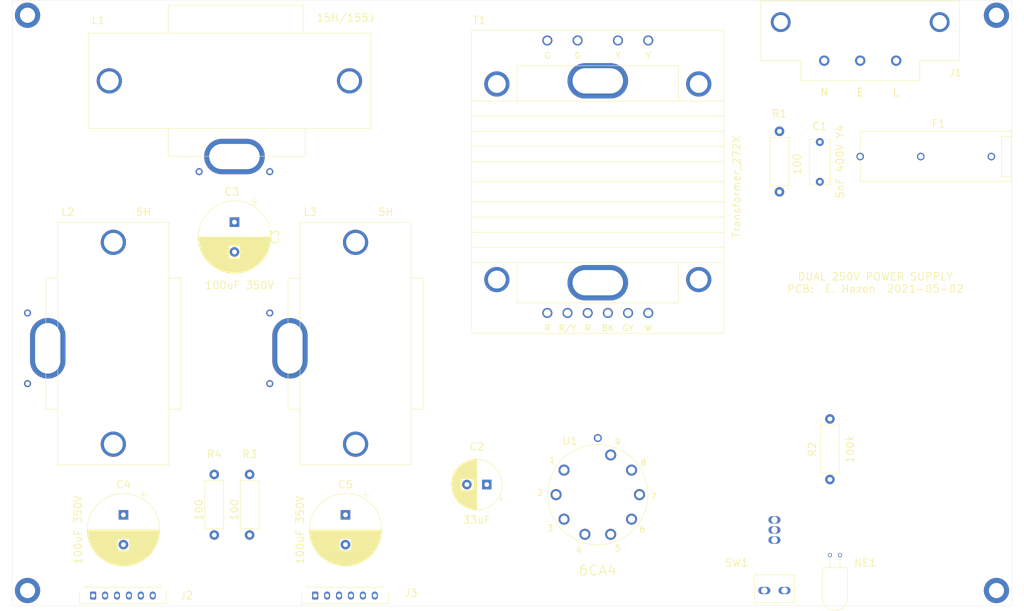
<source format=kicad_pcb>
(kicad_pcb (version 20171130) (host pcbnew 5.1.9-73d0e3b20d~88~ubuntu20.04.1)

  (general
    (thickness 1.6)
    (drawings 5)
    (tracks 0)
    (zones 0)
    (modules 24)
    (nets 20)
  )

  (page A3)
  (layers
    (0 F.Cu signal)
    (31 B.Cu signal)
    (32 B.Adhes user)
    (33 F.Adhes user)
    (34 B.Paste user)
    (35 F.Paste user)
    (36 B.SilkS user)
    (37 F.SilkS user)
    (38 B.Mask user)
    (39 F.Mask user)
    (40 Dwgs.User user)
    (41 Cmts.User user)
    (42 Eco1.User user)
    (43 Eco2.User user)
    (44 Edge.Cuts user)
    (45 Margin user)
    (46 B.CrtYd user)
    (47 F.CrtYd user)
    (48 B.Fab user)
    (49 F.Fab user)
  )

  (setup
    (last_trace_width 0.25)
    (trace_clearance 0.2)
    (zone_clearance 0.508)
    (zone_45_only no)
    (trace_min 0.2)
    (via_size 0.8)
    (via_drill 0.4)
    (via_min_size 0.4)
    (via_min_drill 0.3)
    (uvia_size 0.3)
    (uvia_drill 0.1)
    (uvias_allowed no)
    (uvia_min_size 0.2)
    (uvia_min_drill 0.1)
    (edge_width 0.05)
    (segment_width 0.2)
    (pcb_text_width 0.3)
    (pcb_text_size 1.5 1.5)
    (mod_edge_width 0.12)
    (mod_text_size 1 1)
    (mod_text_width 0.15)
    (pad_size 1.524 1.524)
    (pad_drill 0.762)
    (pad_to_mask_clearance 0)
    (aux_axis_origin 0 0)
    (visible_elements FFFFFF7F)
    (pcbplotparams
      (layerselection 0x01020_7fffffff)
      (usegerberextensions false)
      (usegerberattributes true)
      (usegerberadvancedattributes true)
      (creategerberjobfile true)
      (excludeedgelayer true)
      (linewidth 0.100000)
      (plotframeref false)
      (viasonmask false)
      (mode 1)
      (useauxorigin false)
      (hpglpennumber 1)
      (hpglpenspeed 20)
      (hpglpendiameter 15.000000)
      (psnegative false)
      (psa4output false)
      (plotreference true)
      (plotvalue true)
      (plotinvisibletext false)
      (padsonsilk false)
      (subtractmaskfromsilk false)
      (outputformat 4)
      (mirror false)
      (drillshape 0)
      (scaleselection 1)
      (outputdirectory ""))
  )

  (net 0 "")
  (net 1 Earth)
  (net 2 Earth_Protective)
  (net 3 "Net-(C2-Pad1)")
  (net 4 "Net-(C3-Pad1)")
  (net 5 "Net-(C4-Pad1)")
  (net 6 "Net-(C5-Pad1)")
  (net 7 "Net-(F1-Pad1)")
  (net 8 /L)
  (net 9 NEUT)
  (net 10 "Net-(J2-Pad4)")
  (net 11 "Net-(J2-Pad5)")
  (net 12 "Net-(J2-Pad6)")
  (net 13 "Net-(NE1-Pad1)")
  (net 14 LINE)
  (net 15 "Net-(T1-Pad2)")
  (net 16 "Net-(T1-Pad4)")
  (net 17 "Net-(T1-Pad6)")
  (net 18 "Net-(T1-Pad7)")
  (net 19 "Net-(T1-Pad8)")

  (net_class Default "This is the default net class."
    (clearance 0.2)
    (trace_width 0.25)
    (via_dia 0.8)
    (via_drill 0.4)
    (uvia_dia 0.3)
    (uvia_drill 0.1)
    (add_net /L)
    (add_net Earth)
    (add_net Earth_Protective)
    (add_net LINE)
    (add_net NEUT)
    (add_net "Net-(C2-Pad1)")
    (add_net "Net-(C3-Pad1)")
    (add_net "Net-(C4-Pad1)")
    (add_net "Net-(C5-Pad1)")
    (add_net "Net-(F1-Pad1)")
    (add_net "Net-(J2-Pad4)")
    (add_net "Net-(J2-Pad5)")
    (add_net "Net-(J2-Pad6)")
    (add_net "Net-(NE1-Pad1)")
    (add_net "Net-(T1-Pad2)")
    (add_net "Net-(T1-Pad4)")
    (add_net "Net-(T1-Pad6)")
    (add_net "Net-(T1-Pad7)")
    (add_net "Net-(T1-Pad8)")
  )

  (module my-connectors:Hammond-272X (layer F.Cu) (tedit 608F0298) (tstamp 608F1825)
    (at 167.64 73.66)
    (path /608DCC22)
    (fp_text reference T1 (at -29.845 -40.64) (layer F.SilkS)
      (effects (font (size 1.905 1.905) (thickness 0.2032)))
    )
    (fp_text value Transformer_272X (at 34.925 1.27 90) (layer F.SilkS)
      (effects (font (size 1.905 1.905) (thickness 0.2032)))
    )
    (fp_line (start -31.75 -38.1) (end 31.75 -38.1) (layer F.SilkS) (width 0.12))
    (fp_line (start 31.75 -38.1) (end 31.75 38.1) (layer F.SilkS) (width 0.12))
    (fp_line (start 31.75 38.1) (end -31.75 38.1) (layer F.SilkS) (width 0.12))
    (fp_line (start -31.75 38.1) (end -31.75 -38.1) (layer F.SilkS) (width 0.12))
    (fp_line (start -31.75 -20.32) (end 31.75 -20.32) (layer F.SilkS) (width 0.12))
    (fp_line (start -31.75 20.32) (end 31.75 20.32) (layer F.SilkS) (width 0.12))
    (fp_line (start -31.75 -16.51) (end 31.75 -16.51) (layer F.SilkS) (width 0.12))
    (fp_line (start 31.75 16.51) (end -31.75 16.51) (layer F.SilkS) (width 0.12))
    (fp_line (start -31.75 12.7) (end 31.75 12.7) (layer F.SilkS) (width 0.12))
    (fp_line (start 31.75 8.89) (end -31.75 8.89) (layer F.SilkS) (width 0.12))
    (fp_line (start -31.75 -12.7) (end 31.75 -12.7) (layer F.SilkS) (width 0.12))
    (fp_line (start 31.75 -8.89) (end -31.75 -8.89) (layer F.SilkS) (width 0.12))
    (fp_line (start -31.75 -5.08) (end 31.75 -5.08) (layer F.SilkS) (width 0.12))
    (fp_line (start 31.75 5.08) (end -31.75 5.08) (layer F.SilkS) (width 0.12))
    (fp_line (start -31.75 0) (end 31.75 0) (layer F.SilkS) (width 0.12))
    (fp_line (start -20.32 20.32) (end -20.32 30.48) (layer F.SilkS) (width 0.12))
    (fp_line (start -20.32 30.48) (end 20.32 30.48) (layer F.SilkS) (width 0.12))
    (fp_line (start 20.32 30.48) (end 20.32 20.32) (layer F.SilkS) (width 0.12))
    (fp_line (start -20.32 -20.32) (end -20.32 -29.21) (layer F.SilkS) (width 0.12))
    (fp_line (start -20.32 -29.21) (end 20.32 -29.21) (layer F.SilkS) (width 0.12))
    (fp_line (start 20.32 -29.21) (end 20.32 -20.32) (layer F.SilkS) (width 0.12))
    (fp_text user G (at -12.7 -31.75) (layer F.SilkS)
      (effects (font (size 1.524 1.524) (thickness 0.2032)))
    )
    (fp_text user G (at -5.08 -31.75) (layer F.SilkS)
      (effects (font (size 1.524 1.524) (thickness 0.2032)))
    )
    (fp_text user Y (at 5.08 -31.75) (layer F.SilkS)
      (effects (font (size 1.524 1.524) (thickness 0.2032)))
    )
    (fp_text user Y (at 12.7 -31.75) (layer F.SilkS)
      (effects (font (size 1.524 1.524) (thickness 0.2032)))
    )
    (fp_text user R (at -12.7 36.83) (layer F.SilkS)
      (effects (font (size 1.524 1.524) (thickness 0.2032)))
    )
    (fp_text user R/Y (at -7.62 36.83) (layer F.SilkS)
      (effects (font (size 1.524 1.524) (thickness 0.2032)))
    )
    (fp_text user R (at -2.54 36.83) (layer F.SilkS)
      (effects (font (size 1.524 1.524) (thickness 0.2032)))
    )
    (fp_text user BK (at 2.54 36.83) (layer F.SilkS)
      (effects (font (size 1.524 1.524) (thickness 0.2032)))
    )
    (fp_text user GY (at 7.62 36.83) (layer F.SilkS)
      (effects (font (size 1.524 1.524) (thickness 0.2032)))
    )
    (fp_text user W (at 12.7 36.83) (layer F.SilkS)
      (effects (font (size 1.524 1.524) (thickness 0.2032)))
    )
    (pad 12 thru_hole oval (at 0 -25.4) (size 15.24 8.89) (drill oval 12.7 6.35) (layers *.Cu *.Mask))
    (pad 11 thru_hole oval (at 0 25.4) (size 15.24 8.89) (drill oval 12.7 6.35) (layers *.Cu *.Mask))
    (pad 10 thru_hole circle (at -12.7 -35.56) (size 2.54 2.54) (drill 1.778) (layers *.Cu *.Mask)
      (net 12 "Net-(J2-Pad6)"))
    (pad 9 thru_hole circle (at -5.08 -35.56) (size 2.54 2.54) (drill 1.778) (layers *.Cu *.Mask)
      (net 10 "Net-(J2-Pad4)"))
    (pad 8 thru_hole circle (at 5.08 -35.56) (size 2.54 2.54) (drill 1.778) (layers *.Cu *.Mask)
      (net 19 "Net-(T1-Pad8)"))
    (pad 7 thru_hole circle (at 12.7 -35.56) (size 2.54 2.54) (drill 1.778) (layers *.Cu *.Mask)
      (net 18 "Net-(T1-Pad7)"))
    (pad 6 thru_hole circle (at -12.7 33.02) (size 2.54 2.54) (drill 1.778) (layers *.Cu *.Mask)
      (net 17 "Net-(T1-Pad6)"))
    (pad 5 thru_hole circle (at -7.62 33.02) (size 2.54 2.54) (drill 1.778) (layers *.Cu *.Mask)
      (net 1 Earth))
    (pad 4 thru_hole circle (at -2.54 33.02) (size 2.54 2.54) (drill 1.778) (layers *.Cu *.Mask)
      (net 16 "Net-(T1-Pad4)"))
    (pad 3 thru_hole circle (at 2.54 33.02) (size 2.54 2.54) (drill 1.778) (layers *.Cu *.Mask)
      (net 14 LINE))
    (pad 2 thru_hole circle (at 7.62 33.02) (size 2.54 2.54) (drill 1.778) (layers *.Cu *.Mask)
      (net 15 "Net-(T1-Pad2)"))
    (pad 23 thru_hole circle (at -25.4 -24.6126) (size 6.35 6.35) (drill 4.4958) (layers *.Cu *.Mask))
    (pad 22 thru_hole circle (at 25.4 -24.6126) (size 6.35 6.35) (drill 4.4958) (layers *.Cu *.Mask))
    (pad 21 thru_hole circle (at 25.4 24.6126) (size 6.35 6.35) (drill 4.4958) (layers *.Cu *.Mask))
    (pad 20 thru_hole circle (at -25.4 24.6126) (size 6.35 6.35) (drill 4.4958) (layers *.Cu *.Mask))
    (pad 1 thru_hole circle (at 12.7 33.02) (size 2.54 2.54) (drill 1.778) (layers *.Cu *.Mask)
      (net 9 NEUT))
  )

  (module Hammond-L:155H (layer F.Cu) (tedit 608F01E8) (tstamp 608F177D)
    (at 106.68 88.9 270)
    (path /608FA194)
    (fp_text reference L3 (at -7.62 11.43 180) (layer F.SilkS)
      (effects (font (size 1.905 1.905) (thickness 0.2032)))
    )
    (fp_text value 5H (at -7.62 -7.62 180) (layer F.SilkS)
      (effects (font (size 1.905 1.905) (thickness 0.2032)))
    )
    (fp_line (start -5 -14) (end 56 -14) (layer F.SilkS) (width 0.12))
    (fp_line (start 56 -14) (end 56 14) (layer F.SilkS) (width 0.12))
    (fp_line (start 56 14) (end -5 14) (layer F.SilkS) (width 0.12))
    (fp_line (start -5 14) (end -5 -14) (layer F.SilkS) (width 0.12))
    (fp_line (start 9 14) (end 9 17) (layer F.SilkS) (width 0.12))
    (fp_line (start 9 17) (end 42 17) (layer F.SilkS) (width 0.12))
    (fp_line (start 42 17) (end 42 14) (layer F.SilkS) (width 0.12))
    (fp_line (start 9 -14) (end 9 -17) (layer F.SilkS) (width 0.12))
    (fp_line (start 42 -17) (end 42 -14) (layer F.SilkS) (width 0.12))
    (fp_line (start 9 -17) (end 42 -17) (layer F.SilkS) (width 0.12))
    (pad 5 thru_hole oval (at 26.67 16.51 270) (size 15.24 8.89) (drill oval 12.7 6.35) (layers *.Cu *.Mask))
    (pad 2 thru_hole circle (at 35.56 21.59 270) (size 1.778 1.778) (drill 1.0668) (layers *.Cu *.Mask)
      (net 6 "Net-(C5-Pad1)"))
    (pad 1 thru_hole circle (at 17.78 21.59 270) (size 1.778 1.778) (drill 1.0668) (layers *.Cu *.Mask)
      (net 4 "Net-(C3-Pad1)"))
    (pad 4 thru_hole circle (at 50.8 0 270) (size 6.35 6.35) (drill 4.7498) (layers *.Cu *.Mask))
    (pad 3 thru_hole circle (at 0 0 270) (size 6.35 6.35) (drill 4.7498) (layers *.Cu *.Mask))
  )

  (module Hammond-L:155H (layer F.Cu) (tedit 608F01E8) (tstamp 608F176B)
    (at 45.72 88.9 270)
    (path /608FA18B)
    (fp_text reference L2 (at -7.62 11.43 180) (layer F.SilkS)
      (effects (font (size 1.905 1.905) (thickness 0.2032)))
    )
    (fp_text value 5H (at -7.62 -7.62 180) (layer F.SilkS)
      (effects (font (size 1.905 1.905) (thickness 0.2032)))
    )
    (fp_line (start -5 -14) (end 56 -14) (layer F.SilkS) (width 0.12))
    (fp_line (start 56 -14) (end 56 14) (layer F.SilkS) (width 0.12))
    (fp_line (start 56 14) (end -5 14) (layer F.SilkS) (width 0.12))
    (fp_line (start -5 14) (end -5 -14) (layer F.SilkS) (width 0.12))
    (fp_line (start 9 14) (end 9 17) (layer F.SilkS) (width 0.12))
    (fp_line (start 9 17) (end 42 17) (layer F.SilkS) (width 0.12))
    (fp_line (start 42 17) (end 42 14) (layer F.SilkS) (width 0.12))
    (fp_line (start 9 -14) (end 9 -17) (layer F.SilkS) (width 0.12))
    (fp_line (start 42 -17) (end 42 -14) (layer F.SilkS) (width 0.12))
    (fp_line (start 9 -17) (end 42 -17) (layer F.SilkS) (width 0.12))
    (pad 5 thru_hole oval (at 26.67 16.51 270) (size 15.24 8.89) (drill oval 12.7 6.35) (layers *.Cu *.Mask))
    (pad 2 thru_hole circle (at 35.56 21.59 270) (size 1.778 1.778) (drill 1.0668) (layers *.Cu *.Mask)
      (net 5 "Net-(C4-Pad1)"))
    (pad 1 thru_hole circle (at 17.78 21.59 270) (size 1.778 1.778) (drill 1.0668) (layers *.Cu *.Mask)
      (net 4 "Net-(C3-Pad1)"))
    (pad 4 thru_hole circle (at 50.8 0 270) (size 6.35 6.35) (drill 4.7498) (layers *.Cu *.Mask))
    (pad 3 thru_hole circle (at 0 0 270) (size 6.35 6.35) (drill 4.7498) (layers *.Cu *.Mask))
  )

  (module Hammond-L:156L (layer F.Cu) (tedit 608F0202) (tstamp 608F1759)
    (at 49.53 48.26)
    (path /608FA180)
    (fp_text reference L1 (at -7.62 -15.24) (layer F.SilkS)
      (effects (font (size 1.905 1.905) (thickness 0.2032)))
    )
    (fp_text value 15H/155J (at 54.61 -15.875) (layer F.SilkS)
      (effects (font (size 1.905 1.905) (thickness 0.2032)))
    )
    (fp_line (start 61 -12) (end 61 12) (layer F.SilkS) (width 0.12))
    (fp_line (start -10 -12) (end -10 12) (layer F.SilkS) (width 0.12))
    (fp_line (start 10 19) (end 44.5 19) (layer F.SilkS) (width 0.12))
    (fp_line (start 10 -19) (end 44 -19) (layer F.SilkS) (width 0.12))
    (fp_line (start 44.5 19) (end 44.5 12) (layer F.SilkS) (width 0.12))
    (fp_line (start 10 12) (end 10 19) (layer F.SilkS) (width 0.12))
    (fp_line (start 44 -19) (end 44 -12) (layer F.SilkS) (width 0.12))
    (fp_line (start 10 -12) (end 10 -19) (layer F.SilkS) (width 0.12))
    (fp_line (start 61 -12) (end -10 -12) (layer F.SilkS) (width 0.12))
    (fp_line (start -10 12) (end 61 12) (layer F.SilkS) (width 0.12))
    (pad 5 thru_hole oval (at 26.67 19.05) (size 15.24 8.89) (drill oval 12.7 6.35) (layers *.Cu *.Mask))
    (pad 2 thru_hole circle (at 35.56 22.86) (size 1.778 1.778) (drill 1.0668) (layers *.Cu *.Mask)
      (net 3 "Net-(C2-Pad1)"))
    (pad 1 thru_hole circle (at 17.78 22.86) (size 1.778 1.778) (drill 1.0668) (layers *.Cu *.Mask)
      (net 4 "Net-(C3-Pad1)"))
    (pad 4 thru_hole circle (at 55.626 0) (size 6.35 6.35) (drill 4.7498) (layers *.Cu *.Mask))
    (pad 3 thru_hole circle (at -4.826 0) (size 6.35 6.35) (drill 4.7498) (layers *.Cu *.Mask))
  )

  (module Capacitor_THT:C_Disc_D11.0mm_W5.0mm_P10.00mm (layer F.Cu) (tedit 5AE50EF0) (tstamp 608F7614)
    (at 223.52 73.66 90)
    (descr "C, Disc series, Radial, pin pitch=10.00mm, , diameter*width=11*5.0mm^2, Capacitor, http://www.vishay.com/docs/28535/vy2series.pdf")
    (tags "C Disc series Radial pin pitch 10.00mm  diameter 11mm width 5.0mm Capacitor")
    (path /608E5415)
    (fp_text reference C1 (at 13.97 0 180) (layer F.SilkS)
      (effects (font (size 1.905 1.905) (thickness 0.2032)))
    )
    (fp_text value "5nF 400V Y4" (at 5.08 5.08 90) (layer F.SilkS)
      (effects (font (size 1.905 1.905) (thickness 0.2032)))
    )
    (fp_line (start -0.5 -2.5) (end -0.5 2.5) (layer F.Fab) (width 0.1))
    (fp_line (start -0.5 2.5) (end 10.5 2.5) (layer F.Fab) (width 0.1))
    (fp_line (start 10.5 2.5) (end 10.5 -2.5) (layer F.Fab) (width 0.1))
    (fp_line (start 10.5 -2.5) (end -0.5 -2.5) (layer F.Fab) (width 0.1))
    (fp_line (start -0.62 -2.62) (end 10.62 -2.62) (layer F.SilkS) (width 0.12))
    (fp_line (start -0.62 2.62) (end 10.62 2.62) (layer F.SilkS) (width 0.12))
    (fp_line (start -0.62 -2.62) (end -0.62 -1.101) (layer F.SilkS) (width 0.12))
    (fp_line (start -0.62 1.101) (end -0.62 2.62) (layer F.SilkS) (width 0.12))
    (fp_line (start 10.62 -2.62) (end 10.62 -1.101) (layer F.SilkS) (width 0.12))
    (fp_line (start 10.62 1.101) (end 10.62 2.62) (layer F.SilkS) (width 0.12))
    (fp_line (start -1.25 -2.75) (end -1.25 2.75) (layer F.CrtYd) (width 0.05))
    (fp_line (start -1.25 2.75) (end 11.25 2.75) (layer F.CrtYd) (width 0.05))
    (fp_line (start 11.25 2.75) (end 11.25 -2.75) (layer F.CrtYd) (width 0.05))
    (fp_line (start 11.25 -2.75) (end -1.25 -2.75) (layer F.CrtYd) (width 0.05))
    (fp_text user %R (at 5 0 90) (layer F.SilkS) hide
      (effects (font (size 1.905 1.905) (thickness 0.2032)))
    )
    (pad 1 thru_hole circle (at 0 0 90) (size 2 2) (drill 1) (layers *.Cu *.Mask)
      (net 1 Earth))
    (pad 2 thru_hole circle (at 10 0 90) (size 2 2) (drill 1) (layers *.Cu *.Mask)
      (net 2 Earth_Protective))
    (model ${KISYS3DMOD}/Capacitor_THT.3dshapes/C_Disc_D11.0mm_W5.0mm_P10.00mm.wrl
      (at (xyz 0 0 0))
      (scale (xyz 1 1 1))
      (rotate (xyz 0 0 0))
    )
  )

  (module Capacitor_THT:CP_Radial_D12.5mm_P5.00mm (layer F.Cu) (tedit 5AE50EF1) (tstamp 608F1323)
    (at 139.7 149.86 180)
    (descr "CP, Radial series, Radial, pin pitch=5.00mm, , diameter=12.5mm, Electrolytic Capacitor")
    (tags "CP Radial series Radial pin pitch 5.00mm  diameter 12.5mm Electrolytic Capacitor")
    (path /608FA1DC)
    (fp_text reference C2 (at 2.5 9.525) (layer F.SilkS)
      (effects (font (size 1.905 1.905) (thickness 0.2032)))
    )
    (fp_text value 33uF (at 2.54 -8.89) (layer F.SilkS)
      (effects (font (size 1.905 1.905) (thickness 0.2032)))
    )
    (fp_circle (center 2.5 0) (end 8.75 0) (layer F.Fab) (width 0.1))
    (fp_circle (center 2.5 0) (end 8.87 0) (layer F.SilkS) (width 0.12))
    (fp_circle (center 2.5 0) (end 9 0) (layer F.CrtYd) (width 0.05))
    (fp_line (start -2.866489 -2.7375) (end -1.616489 -2.7375) (layer F.Fab) (width 0.1))
    (fp_line (start -2.241489 -3.3625) (end -2.241489 -2.1125) (layer F.Fab) (width 0.1))
    (fp_line (start 2.5 -6.33) (end 2.5 6.33) (layer F.SilkS) (width 0.12))
    (fp_line (start 2.54 -6.33) (end 2.54 6.33) (layer F.SilkS) (width 0.12))
    (fp_line (start 2.58 -6.33) (end 2.58 6.33) (layer F.SilkS) (width 0.12))
    (fp_line (start 2.62 -6.329) (end 2.62 6.329) (layer F.SilkS) (width 0.12))
    (fp_line (start 2.66 -6.328) (end 2.66 6.328) (layer F.SilkS) (width 0.12))
    (fp_line (start 2.7 -6.327) (end 2.7 6.327) (layer F.SilkS) (width 0.12))
    (fp_line (start 2.74 -6.326) (end 2.74 6.326) (layer F.SilkS) (width 0.12))
    (fp_line (start 2.78 -6.324) (end 2.78 6.324) (layer F.SilkS) (width 0.12))
    (fp_line (start 2.82 -6.322) (end 2.82 6.322) (layer F.SilkS) (width 0.12))
    (fp_line (start 2.86 -6.32) (end 2.86 6.32) (layer F.SilkS) (width 0.12))
    (fp_line (start 2.9 -6.318) (end 2.9 6.318) (layer F.SilkS) (width 0.12))
    (fp_line (start 2.94 -6.315) (end 2.94 6.315) (layer F.SilkS) (width 0.12))
    (fp_line (start 2.98 -6.312) (end 2.98 6.312) (layer F.SilkS) (width 0.12))
    (fp_line (start 3.02 -6.309) (end 3.02 6.309) (layer F.SilkS) (width 0.12))
    (fp_line (start 3.06 -6.306) (end 3.06 6.306) (layer F.SilkS) (width 0.12))
    (fp_line (start 3.1 -6.302) (end 3.1 6.302) (layer F.SilkS) (width 0.12))
    (fp_line (start 3.14 -6.298) (end 3.14 6.298) (layer F.SilkS) (width 0.12))
    (fp_line (start 3.18 -6.294) (end 3.18 6.294) (layer F.SilkS) (width 0.12))
    (fp_line (start 3.221 -6.29) (end 3.221 6.29) (layer F.SilkS) (width 0.12))
    (fp_line (start 3.261 -6.285) (end 3.261 6.285) (layer F.SilkS) (width 0.12))
    (fp_line (start 3.301 -6.28) (end 3.301 6.28) (layer F.SilkS) (width 0.12))
    (fp_line (start 3.341 -6.275) (end 3.341 6.275) (layer F.SilkS) (width 0.12))
    (fp_line (start 3.381 -6.269) (end 3.381 6.269) (layer F.SilkS) (width 0.12))
    (fp_line (start 3.421 -6.264) (end 3.421 6.264) (layer F.SilkS) (width 0.12))
    (fp_line (start 3.461 -6.258) (end 3.461 6.258) (layer F.SilkS) (width 0.12))
    (fp_line (start 3.501 -6.252) (end 3.501 6.252) (layer F.SilkS) (width 0.12))
    (fp_line (start 3.541 -6.245) (end 3.541 6.245) (layer F.SilkS) (width 0.12))
    (fp_line (start 3.581 -6.238) (end 3.581 -1.44) (layer F.SilkS) (width 0.12))
    (fp_line (start 3.581 1.44) (end 3.581 6.238) (layer F.SilkS) (width 0.12))
    (fp_line (start 3.621 -6.231) (end 3.621 -1.44) (layer F.SilkS) (width 0.12))
    (fp_line (start 3.621 1.44) (end 3.621 6.231) (layer F.SilkS) (width 0.12))
    (fp_line (start 3.661 -6.224) (end 3.661 -1.44) (layer F.SilkS) (width 0.12))
    (fp_line (start 3.661 1.44) (end 3.661 6.224) (layer F.SilkS) (width 0.12))
    (fp_line (start 3.701 -6.216) (end 3.701 -1.44) (layer F.SilkS) (width 0.12))
    (fp_line (start 3.701 1.44) (end 3.701 6.216) (layer F.SilkS) (width 0.12))
    (fp_line (start 3.741 -6.209) (end 3.741 -1.44) (layer F.SilkS) (width 0.12))
    (fp_line (start 3.741 1.44) (end 3.741 6.209) (layer F.SilkS) (width 0.12))
    (fp_line (start 3.781 -6.201) (end 3.781 -1.44) (layer F.SilkS) (width 0.12))
    (fp_line (start 3.781 1.44) (end 3.781 6.201) (layer F.SilkS) (width 0.12))
    (fp_line (start 3.821 -6.192) (end 3.821 -1.44) (layer F.SilkS) (width 0.12))
    (fp_line (start 3.821 1.44) (end 3.821 6.192) (layer F.SilkS) (width 0.12))
    (fp_line (start 3.861 -6.184) (end 3.861 -1.44) (layer F.SilkS) (width 0.12))
    (fp_line (start 3.861 1.44) (end 3.861 6.184) (layer F.SilkS) (width 0.12))
    (fp_line (start 3.901 -6.175) (end 3.901 -1.44) (layer F.SilkS) (width 0.12))
    (fp_line (start 3.901 1.44) (end 3.901 6.175) (layer F.SilkS) (width 0.12))
    (fp_line (start 3.941 -6.166) (end 3.941 -1.44) (layer F.SilkS) (width 0.12))
    (fp_line (start 3.941 1.44) (end 3.941 6.166) (layer F.SilkS) (width 0.12))
    (fp_line (start 3.981 -6.156) (end 3.981 -1.44) (layer F.SilkS) (width 0.12))
    (fp_line (start 3.981 1.44) (end 3.981 6.156) (layer F.SilkS) (width 0.12))
    (fp_line (start 4.021 -6.146) (end 4.021 -1.44) (layer F.SilkS) (width 0.12))
    (fp_line (start 4.021 1.44) (end 4.021 6.146) (layer F.SilkS) (width 0.12))
    (fp_line (start 4.061 -6.137) (end 4.061 -1.44) (layer F.SilkS) (width 0.12))
    (fp_line (start 4.061 1.44) (end 4.061 6.137) (layer F.SilkS) (width 0.12))
    (fp_line (start 4.101 -6.126) (end 4.101 -1.44) (layer F.SilkS) (width 0.12))
    (fp_line (start 4.101 1.44) (end 4.101 6.126) (layer F.SilkS) (width 0.12))
    (fp_line (start 4.141 -6.116) (end 4.141 -1.44) (layer F.SilkS) (width 0.12))
    (fp_line (start 4.141 1.44) (end 4.141 6.116) (layer F.SilkS) (width 0.12))
    (fp_line (start 4.181 -6.105) (end 4.181 -1.44) (layer F.SilkS) (width 0.12))
    (fp_line (start 4.181 1.44) (end 4.181 6.105) (layer F.SilkS) (width 0.12))
    (fp_line (start 4.221 -6.094) (end 4.221 -1.44) (layer F.SilkS) (width 0.12))
    (fp_line (start 4.221 1.44) (end 4.221 6.094) (layer F.SilkS) (width 0.12))
    (fp_line (start 4.261 -6.083) (end 4.261 -1.44) (layer F.SilkS) (width 0.12))
    (fp_line (start 4.261 1.44) (end 4.261 6.083) (layer F.SilkS) (width 0.12))
    (fp_line (start 4.301 -6.071) (end 4.301 -1.44) (layer F.SilkS) (width 0.12))
    (fp_line (start 4.301 1.44) (end 4.301 6.071) (layer F.SilkS) (width 0.12))
    (fp_line (start 4.341 -6.059) (end 4.341 -1.44) (layer F.SilkS) (width 0.12))
    (fp_line (start 4.341 1.44) (end 4.341 6.059) (layer F.SilkS) (width 0.12))
    (fp_line (start 4.381 -6.047) (end 4.381 -1.44) (layer F.SilkS) (width 0.12))
    (fp_line (start 4.381 1.44) (end 4.381 6.047) (layer F.SilkS) (width 0.12))
    (fp_line (start 4.421 -6.034) (end 4.421 -1.44) (layer F.SilkS) (width 0.12))
    (fp_line (start 4.421 1.44) (end 4.421 6.034) (layer F.SilkS) (width 0.12))
    (fp_line (start 4.461 -6.021) (end 4.461 -1.44) (layer F.SilkS) (width 0.12))
    (fp_line (start 4.461 1.44) (end 4.461 6.021) (layer F.SilkS) (width 0.12))
    (fp_line (start 4.501 -6.008) (end 4.501 -1.44) (layer F.SilkS) (width 0.12))
    (fp_line (start 4.501 1.44) (end 4.501 6.008) (layer F.SilkS) (width 0.12))
    (fp_line (start 4.541 -5.995) (end 4.541 -1.44) (layer F.SilkS) (width 0.12))
    (fp_line (start 4.541 1.44) (end 4.541 5.995) (layer F.SilkS) (width 0.12))
    (fp_line (start 4.581 -5.981) (end 4.581 -1.44) (layer F.SilkS) (width 0.12))
    (fp_line (start 4.581 1.44) (end 4.581 5.981) (layer F.SilkS) (width 0.12))
    (fp_line (start 4.621 -5.967) (end 4.621 -1.44) (layer F.SilkS) (width 0.12))
    (fp_line (start 4.621 1.44) (end 4.621 5.967) (layer F.SilkS) (width 0.12))
    (fp_line (start 4.661 -5.953) (end 4.661 -1.44) (layer F.SilkS) (width 0.12))
    (fp_line (start 4.661 1.44) (end 4.661 5.953) (layer F.SilkS) (width 0.12))
    (fp_line (start 4.701 -5.939) (end 4.701 -1.44) (layer F.SilkS) (width 0.12))
    (fp_line (start 4.701 1.44) (end 4.701 5.939) (layer F.SilkS) (width 0.12))
    (fp_line (start 4.741 -5.924) (end 4.741 -1.44) (layer F.SilkS) (width 0.12))
    (fp_line (start 4.741 1.44) (end 4.741 5.924) (layer F.SilkS) (width 0.12))
    (fp_line (start 4.781 -5.908) (end 4.781 -1.44) (layer F.SilkS) (width 0.12))
    (fp_line (start 4.781 1.44) (end 4.781 5.908) (layer F.SilkS) (width 0.12))
    (fp_line (start 4.821 -5.893) (end 4.821 -1.44) (layer F.SilkS) (width 0.12))
    (fp_line (start 4.821 1.44) (end 4.821 5.893) (layer F.SilkS) (width 0.12))
    (fp_line (start 4.861 -5.877) (end 4.861 -1.44) (layer F.SilkS) (width 0.12))
    (fp_line (start 4.861 1.44) (end 4.861 5.877) (layer F.SilkS) (width 0.12))
    (fp_line (start 4.901 -5.861) (end 4.901 -1.44) (layer F.SilkS) (width 0.12))
    (fp_line (start 4.901 1.44) (end 4.901 5.861) (layer F.SilkS) (width 0.12))
    (fp_line (start 4.941 -5.845) (end 4.941 -1.44) (layer F.SilkS) (width 0.12))
    (fp_line (start 4.941 1.44) (end 4.941 5.845) (layer F.SilkS) (width 0.12))
    (fp_line (start 4.981 -5.828) (end 4.981 -1.44) (layer F.SilkS) (width 0.12))
    (fp_line (start 4.981 1.44) (end 4.981 5.828) (layer F.SilkS) (width 0.12))
    (fp_line (start 5.021 -5.811) (end 5.021 -1.44) (layer F.SilkS) (width 0.12))
    (fp_line (start 5.021 1.44) (end 5.021 5.811) (layer F.SilkS) (width 0.12))
    (fp_line (start 5.061 -5.793) (end 5.061 -1.44) (layer F.SilkS) (width 0.12))
    (fp_line (start 5.061 1.44) (end 5.061 5.793) (layer F.SilkS) (width 0.12))
    (fp_line (start 5.101 -5.776) (end 5.101 -1.44) (layer F.SilkS) (width 0.12))
    (fp_line (start 5.101 1.44) (end 5.101 5.776) (layer F.SilkS) (width 0.12))
    (fp_line (start 5.141 -5.758) (end 5.141 -1.44) (layer F.SilkS) (width 0.12))
    (fp_line (start 5.141 1.44) (end 5.141 5.758) (layer F.SilkS) (width 0.12))
    (fp_line (start 5.181 -5.739) (end 5.181 -1.44) (layer F.SilkS) (width 0.12))
    (fp_line (start 5.181 1.44) (end 5.181 5.739) (layer F.SilkS) (width 0.12))
    (fp_line (start 5.221 -5.721) (end 5.221 -1.44) (layer F.SilkS) (width 0.12))
    (fp_line (start 5.221 1.44) (end 5.221 5.721) (layer F.SilkS) (width 0.12))
    (fp_line (start 5.261 -5.702) (end 5.261 -1.44) (layer F.SilkS) (width 0.12))
    (fp_line (start 5.261 1.44) (end 5.261 5.702) (layer F.SilkS) (width 0.12))
    (fp_line (start 5.301 -5.682) (end 5.301 -1.44) (layer F.SilkS) (width 0.12))
    (fp_line (start 5.301 1.44) (end 5.301 5.682) (layer F.SilkS) (width 0.12))
    (fp_line (start 5.341 -5.662) (end 5.341 -1.44) (layer F.SilkS) (width 0.12))
    (fp_line (start 5.341 1.44) (end 5.341 5.662) (layer F.SilkS) (width 0.12))
    (fp_line (start 5.381 -5.642) (end 5.381 -1.44) (layer F.SilkS) (width 0.12))
    (fp_line (start 5.381 1.44) (end 5.381 5.642) (layer F.SilkS) (width 0.12))
    (fp_line (start 5.421 -5.622) (end 5.421 -1.44) (layer F.SilkS) (width 0.12))
    (fp_line (start 5.421 1.44) (end 5.421 5.622) (layer F.SilkS) (width 0.12))
    (fp_line (start 5.461 -5.601) (end 5.461 -1.44) (layer F.SilkS) (width 0.12))
    (fp_line (start 5.461 1.44) (end 5.461 5.601) (layer F.SilkS) (width 0.12))
    (fp_line (start 5.501 -5.58) (end 5.501 -1.44) (layer F.SilkS) (width 0.12))
    (fp_line (start 5.501 1.44) (end 5.501 5.58) (layer F.SilkS) (width 0.12))
    (fp_line (start 5.541 -5.558) (end 5.541 -1.44) (layer F.SilkS) (width 0.12))
    (fp_line (start 5.541 1.44) (end 5.541 5.558) (layer F.SilkS) (width 0.12))
    (fp_line (start 5.581 -5.536) (end 5.581 -1.44) (layer F.SilkS) (width 0.12))
    (fp_line (start 5.581 1.44) (end 5.581 5.536) (layer F.SilkS) (width 0.12))
    (fp_line (start 5.621 -5.514) (end 5.621 -1.44) (layer F.SilkS) (width 0.12))
    (fp_line (start 5.621 1.44) (end 5.621 5.514) (layer F.SilkS) (width 0.12))
    (fp_line (start 5.661 -5.491) (end 5.661 -1.44) (layer F.SilkS) (width 0.12))
    (fp_line (start 5.661 1.44) (end 5.661 5.491) (layer F.SilkS) (width 0.12))
    (fp_line (start 5.701 -5.468) (end 5.701 -1.44) (layer F.SilkS) (width 0.12))
    (fp_line (start 5.701 1.44) (end 5.701 5.468) (layer F.SilkS) (width 0.12))
    (fp_line (start 5.741 -5.445) (end 5.741 -1.44) (layer F.SilkS) (width 0.12))
    (fp_line (start 5.741 1.44) (end 5.741 5.445) (layer F.SilkS) (width 0.12))
    (fp_line (start 5.781 -5.421) (end 5.781 -1.44) (layer F.SilkS) (width 0.12))
    (fp_line (start 5.781 1.44) (end 5.781 5.421) (layer F.SilkS) (width 0.12))
    (fp_line (start 5.821 -5.397) (end 5.821 -1.44) (layer F.SilkS) (width 0.12))
    (fp_line (start 5.821 1.44) (end 5.821 5.397) (layer F.SilkS) (width 0.12))
    (fp_line (start 5.861 -5.372) (end 5.861 -1.44) (layer F.SilkS) (width 0.12))
    (fp_line (start 5.861 1.44) (end 5.861 5.372) (layer F.SilkS) (width 0.12))
    (fp_line (start 5.901 -5.347) (end 5.901 -1.44) (layer F.SilkS) (width 0.12))
    (fp_line (start 5.901 1.44) (end 5.901 5.347) (layer F.SilkS) (width 0.12))
    (fp_line (start 5.941 -5.322) (end 5.941 -1.44) (layer F.SilkS) (width 0.12))
    (fp_line (start 5.941 1.44) (end 5.941 5.322) (layer F.SilkS) (width 0.12))
    (fp_line (start 5.981 -5.296) (end 5.981 -1.44) (layer F.SilkS) (width 0.12))
    (fp_line (start 5.981 1.44) (end 5.981 5.296) (layer F.SilkS) (width 0.12))
    (fp_line (start 6.021 -5.27) (end 6.021 -1.44) (layer F.SilkS) (width 0.12))
    (fp_line (start 6.021 1.44) (end 6.021 5.27) (layer F.SilkS) (width 0.12))
    (fp_line (start 6.061 -5.243) (end 6.061 -1.44) (layer F.SilkS) (width 0.12))
    (fp_line (start 6.061 1.44) (end 6.061 5.243) (layer F.SilkS) (width 0.12))
    (fp_line (start 6.101 -5.216) (end 6.101 -1.44) (layer F.SilkS) (width 0.12))
    (fp_line (start 6.101 1.44) (end 6.101 5.216) (layer F.SilkS) (width 0.12))
    (fp_line (start 6.141 -5.188) (end 6.141 -1.44) (layer F.SilkS) (width 0.12))
    (fp_line (start 6.141 1.44) (end 6.141 5.188) (layer F.SilkS) (width 0.12))
    (fp_line (start 6.181 -5.16) (end 6.181 -1.44) (layer F.SilkS) (width 0.12))
    (fp_line (start 6.181 1.44) (end 6.181 5.16) (layer F.SilkS) (width 0.12))
    (fp_line (start 6.221 -5.131) (end 6.221 -1.44) (layer F.SilkS) (width 0.12))
    (fp_line (start 6.221 1.44) (end 6.221 5.131) (layer F.SilkS) (width 0.12))
    (fp_line (start 6.261 -5.102) (end 6.261 -1.44) (layer F.SilkS) (width 0.12))
    (fp_line (start 6.261 1.44) (end 6.261 5.102) (layer F.SilkS) (width 0.12))
    (fp_line (start 6.301 -5.073) (end 6.301 -1.44) (layer F.SilkS) (width 0.12))
    (fp_line (start 6.301 1.44) (end 6.301 5.073) (layer F.SilkS) (width 0.12))
    (fp_line (start 6.341 -5.043) (end 6.341 -1.44) (layer F.SilkS) (width 0.12))
    (fp_line (start 6.341 1.44) (end 6.341 5.043) (layer F.SilkS) (width 0.12))
    (fp_line (start 6.381 -5.012) (end 6.381 -1.44) (layer F.SilkS) (width 0.12))
    (fp_line (start 6.381 1.44) (end 6.381 5.012) (layer F.SilkS) (width 0.12))
    (fp_line (start 6.421 -4.982) (end 6.421 -1.44) (layer F.SilkS) (width 0.12))
    (fp_line (start 6.421 1.44) (end 6.421 4.982) (layer F.SilkS) (width 0.12))
    (fp_line (start 6.461 -4.95) (end 6.461 4.95) (layer F.SilkS) (width 0.12))
    (fp_line (start 6.501 -4.918) (end 6.501 4.918) (layer F.SilkS) (width 0.12))
    (fp_line (start 6.541 -4.885) (end 6.541 4.885) (layer F.SilkS) (width 0.12))
    (fp_line (start 6.581 -4.852) (end 6.581 4.852) (layer F.SilkS) (width 0.12))
    (fp_line (start 6.621 -4.819) (end 6.621 4.819) (layer F.SilkS) (width 0.12))
    (fp_line (start 6.661 -4.785) (end 6.661 4.785) (layer F.SilkS) (width 0.12))
    (fp_line (start 6.701 -4.75) (end 6.701 4.75) (layer F.SilkS) (width 0.12))
    (fp_line (start 6.741 -4.714) (end 6.741 4.714) (layer F.SilkS) (width 0.12))
    (fp_line (start 6.781 -4.678) (end 6.781 4.678) (layer F.SilkS) (width 0.12))
    (fp_line (start 6.821 -4.642) (end 6.821 4.642) (layer F.SilkS) (width 0.12))
    (fp_line (start 6.861 -4.605) (end 6.861 4.605) (layer F.SilkS) (width 0.12))
    (fp_line (start 6.901 -4.567) (end 6.901 4.567) (layer F.SilkS) (width 0.12))
    (fp_line (start 6.941 -4.528) (end 6.941 4.528) (layer F.SilkS) (width 0.12))
    (fp_line (start 6.981 -4.489) (end 6.981 4.489) (layer F.SilkS) (width 0.12))
    (fp_line (start 7.021 -4.449) (end 7.021 4.449) (layer F.SilkS) (width 0.12))
    (fp_line (start 7.061 -4.408) (end 7.061 4.408) (layer F.SilkS) (width 0.12))
    (fp_line (start 7.101 -4.367) (end 7.101 4.367) (layer F.SilkS) (width 0.12))
    (fp_line (start 7.141 -4.325) (end 7.141 4.325) (layer F.SilkS) (width 0.12))
    (fp_line (start 7.181 -4.282) (end 7.181 4.282) (layer F.SilkS) (width 0.12))
    (fp_line (start 7.221 -4.238) (end 7.221 4.238) (layer F.SilkS) (width 0.12))
    (fp_line (start 7.261 -4.194) (end 7.261 4.194) (layer F.SilkS) (width 0.12))
    (fp_line (start 7.301 -4.148) (end 7.301 4.148) (layer F.SilkS) (width 0.12))
    (fp_line (start 7.341 -4.102) (end 7.341 4.102) (layer F.SilkS) (width 0.12))
    (fp_line (start 7.381 -4.055) (end 7.381 4.055) (layer F.SilkS) (width 0.12))
    (fp_line (start 7.421 -4.007) (end 7.421 4.007) (layer F.SilkS) (width 0.12))
    (fp_line (start 7.461 -3.957) (end 7.461 3.957) (layer F.SilkS) (width 0.12))
    (fp_line (start 7.501 -3.907) (end 7.501 3.907) (layer F.SilkS) (width 0.12))
    (fp_line (start 7.541 -3.856) (end 7.541 3.856) (layer F.SilkS) (width 0.12))
    (fp_line (start 7.581 -3.804) (end 7.581 3.804) (layer F.SilkS) (width 0.12))
    (fp_line (start 7.621 -3.75) (end 7.621 3.75) (layer F.SilkS) (width 0.12))
    (fp_line (start 7.661 -3.696) (end 7.661 3.696) (layer F.SilkS) (width 0.12))
    (fp_line (start 7.701 -3.64) (end 7.701 3.64) (layer F.SilkS) (width 0.12))
    (fp_line (start 7.741 -3.583) (end 7.741 3.583) (layer F.SilkS) (width 0.12))
    (fp_line (start 7.781 -3.524) (end 7.781 3.524) (layer F.SilkS) (width 0.12))
    (fp_line (start 7.821 -3.464) (end 7.821 3.464) (layer F.SilkS) (width 0.12))
    (fp_line (start 7.861 -3.402) (end 7.861 3.402) (layer F.SilkS) (width 0.12))
    (fp_line (start 7.901 -3.339) (end 7.901 3.339) (layer F.SilkS) (width 0.12))
    (fp_line (start 7.941 -3.275) (end 7.941 3.275) (layer F.SilkS) (width 0.12))
    (fp_line (start 7.981 -3.208) (end 7.981 3.208) (layer F.SilkS) (width 0.12))
    (fp_line (start 8.021 -3.14) (end 8.021 3.14) (layer F.SilkS) (width 0.12))
    (fp_line (start 8.061 -3.069) (end 8.061 3.069) (layer F.SilkS) (width 0.12))
    (fp_line (start 8.101 -2.996) (end 8.101 2.996) (layer F.SilkS) (width 0.12))
    (fp_line (start 8.141 -2.921) (end 8.141 2.921) (layer F.SilkS) (width 0.12))
    (fp_line (start 8.181 -2.844) (end 8.181 2.844) (layer F.SilkS) (width 0.12))
    (fp_line (start 8.221 -2.764) (end 8.221 2.764) (layer F.SilkS) (width 0.12))
    (fp_line (start 8.261 -2.681) (end 8.261 2.681) (layer F.SilkS) (width 0.12))
    (fp_line (start 8.301 -2.594) (end 8.301 2.594) (layer F.SilkS) (width 0.12))
    (fp_line (start 8.341 -2.504) (end 8.341 2.504) (layer F.SilkS) (width 0.12))
    (fp_line (start 8.381 -2.41) (end 8.381 2.41) (layer F.SilkS) (width 0.12))
    (fp_line (start 8.421 -2.312) (end 8.421 2.312) (layer F.SilkS) (width 0.12))
    (fp_line (start 8.461 -2.209) (end 8.461 2.209) (layer F.SilkS) (width 0.12))
    (fp_line (start 8.501 -2.1) (end 8.501 2.1) (layer F.SilkS) (width 0.12))
    (fp_line (start 8.541 -1.984) (end 8.541 1.984) (layer F.SilkS) (width 0.12))
    (fp_line (start 8.581 -1.861) (end 8.581 1.861) (layer F.SilkS) (width 0.12))
    (fp_line (start 8.621 -1.728) (end 8.621 1.728) (layer F.SilkS) (width 0.12))
    (fp_line (start 8.661 -1.583) (end 8.661 1.583) (layer F.SilkS) (width 0.12))
    (fp_line (start 8.701 -1.422) (end 8.701 1.422) (layer F.SilkS) (width 0.12))
    (fp_line (start 8.741 -1.241) (end 8.741 1.241) (layer F.SilkS) (width 0.12))
    (fp_line (start 8.781 -1.028) (end 8.781 1.028) (layer F.SilkS) (width 0.12))
    (fp_line (start 8.821 -0.757) (end 8.821 0.757) (layer F.SilkS) (width 0.12))
    (fp_line (start 8.861 -0.317) (end 8.861 0.317) (layer F.SilkS) (width 0.12))
    (fp_line (start -4.317082 -3.575) (end -3.067082 -3.575) (layer F.SilkS) (width 0.12))
    (fp_line (start -3.692082 -4.2) (end -3.692082 -2.95) (layer F.SilkS) (width 0.12))
    (fp_text user %R (at 2.5 0) (layer F.SilkS) hide
      (effects (font (size 1.905 1.905) (thickness 0.2032)))
    )
    (pad 1 thru_hole rect (at 0 0 180) (size 2.4 2.4) (drill 1.2) (layers *.Cu *.Mask)
      (net 3 "Net-(C2-Pad1)"))
    (pad 2 thru_hole circle (at 5 0 180) (size 2.4 2.4) (drill 1.2) (layers *.Cu *.Mask)
      (net 1 Earth))
    (model ${KISYS3DMOD}/Capacitor_THT.3dshapes/CP_Radial_D12.5mm_P5.00mm.wrl
      (at (xyz 0 0 0))
      (scale (xyz 1 1 1))
      (rotate (xyz 0 0 0))
    )
  )

  (module Capacitor_THT:CP_Radial_D18.0mm_P7.50mm (layer F.Cu) (tedit 5AE50EF1) (tstamp 608F145E)
    (at 76.2 83.82 270)
    (descr "CP, Radial series, Radial, pin pitch=7.50mm, , diameter=18mm, Electrolytic Capacitor")
    (tags "CP Radial series Radial pin pitch 7.50mm  diameter 18mm Electrolytic Capacitor")
    (path /608FA1E4)
    (fp_text reference C3 (at 3.75 -10.25 90) (layer F.SilkS)
      (effects (font (size 1.905 1.905) (thickness 0.2032)))
    )
    (fp_text value "100uF 350V" (at 15.875 -1.27 180) (layer F.SilkS)
      (effects (font (size 1.905 1.905) (thickness 0.2032)))
    )
    (fp_circle (center 3.75 0) (end 12.75 0) (layer F.Fab) (width 0.1))
    (fp_circle (center 3.75 0) (end 12.87 0) (layer F.SilkS) (width 0.12))
    (fp_circle (center 3.75 0) (end 13 0) (layer F.CrtYd) (width 0.05))
    (fp_line (start -3.987271 -3.9475) (end -2.187271 -3.9475) (layer F.Fab) (width 0.1))
    (fp_line (start -3.087271 -4.8475) (end -3.087271 -3.0475) (layer F.Fab) (width 0.1))
    (fp_line (start 3.75 -9.081) (end 3.75 9.081) (layer F.SilkS) (width 0.12))
    (fp_line (start 3.79 -9.08) (end 3.79 9.08) (layer F.SilkS) (width 0.12))
    (fp_line (start 3.83 -9.08) (end 3.83 9.08) (layer F.SilkS) (width 0.12))
    (fp_line (start 3.87 -9.08) (end 3.87 9.08) (layer F.SilkS) (width 0.12))
    (fp_line (start 3.91 -9.079) (end 3.91 9.079) (layer F.SilkS) (width 0.12))
    (fp_line (start 3.95 -9.078) (end 3.95 9.078) (layer F.SilkS) (width 0.12))
    (fp_line (start 3.99 -9.077) (end 3.99 9.077) (layer F.SilkS) (width 0.12))
    (fp_line (start 4.03 -9.076) (end 4.03 9.076) (layer F.SilkS) (width 0.12))
    (fp_line (start 4.07 -9.075) (end 4.07 9.075) (layer F.SilkS) (width 0.12))
    (fp_line (start 4.11 -9.073) (end 4.11 9.073) (layer F.SilkS) (width 0.12))
    (fp_line (start 4.15 -9.072) (end 4.15 9.072) (layer F.SilkS) (width 0.12))
    (fp_line (start 4.19 -9.07) (end 4.19 9.07) (layer F.SilkS) (width 0.12))
    (fp_line (start 4.23 -9.068) (end 4.23 9.068) (layer F.SilkS) (width 0.12))
    (fp_line (start 4.27 -9.066) (end 4.27 9.066) (layer F.SilkS) (width 0.12))
    (fp_line (start 4.31 -9.063) (end 4.31 9.063) (layer F.SilkS) (width 0.12))
    (fp_line (start 4.35 -9.061) (end 4.35 9.061) (layer F.SilkS) (width 0.12))
    (fp_line (start 4.39 -9.058) (end 4.39 9.058) (layer F.SilkS) (width 0.12))
    (fp_line (start 4.43 -9.055) (end 4.43 9.055) (layer F.SilkS) (width 0.12))
    (fp_line (start 4.471 -9.052) (end 4.471 9.052) (layer F.SilkS) (width 0.12))
    (fp_line (start 4.511 -9.049) (end 4.511 9.049) (layer F.SilkS) (width 0.12))
    (fp_line (start 4.551 -9.045) (end 4.551 9.045) (layer F.SilkS) (width 0.12))
    (fp_line (start 4.591 -9.042) (end 4.591 9.042) (layer F.SilkS) (width 0.12))
    (fp_line (start 4.631 -9.038) (end 4.631 9.038) (layer F.SilkS) (width 0.12))
    (fp_line (start 4.671 -9.034) (end 4.671 9.034) (layer F.SilkS) (width 0.12))
    (fp_line (start 4.711 -9.03) (end 4.711 9.03) (layer F.SilkS) (width 0.12))
    (fp_line (start 4.751 -9.026) (end 4.751 9.026) (layer F.SilkS) (width 0.12))
    (fp_line (start 4.791 -9.021) (end 4.791 9.021) (layer F.SilkS) (width 0.12))
    (fp_line (start 4.831 -9.016) (end 4.831 9.016) (layer F.SilkS) (width 0.12))
    (fp_line (start 4.871 -9.011) (end 4.871 9.011) (layer F.SilkS) (width 0.12))
    (fp_line (start 4.911 -9.006) (end 4.911 9.006) (layer F.SilkS) (width 0.12))
    (fp_line (start 4.951 -9.001) (end 4.951 9.001) (layer F.SilkS) (width 0.12))
    (fp_line (start 4.991 -8.996) (end 4.991 8.996) (layer F.SilkS) (width 0.12))
    (fp_line (start 5.031 -8.99) (end 5.031 8.99) (layer F.SilkS) (width 0.12))
    (fp_line (start 5.071 -8.984) (end 5.071 8.984) (layer F.SilkS) (width 0.12))
    (fp_line (start 5.111 -8.979) (end 5.111 8.979) (layer F.SilkS) (width 0.12))
    (fp_line (start 5.151 -8.972) (end 5.151 8.972) (layer F.SilkS) (width 0.12))
    (fp_line (start 5.191 -8.966) (end 5.191 8.966) (layer F.SilkS) (width 0.12))
    (fp_line (start 5.231 -8.96) (end 5.231 8.96) (layer F.SilkS) (width 0.12))
    (fp_line (start 5.271 -8.953) (end 5.271 8.953) (layer F.SilkS) (width 0.12))
    (fp_line (start 5.311 -8.946) (end 5.311 8.946) (layer F.SilkS) (width 0.12))
    (fp_line (start 5.351 -8.939) (end 5.351 8.939) (layer F.SilkS) (width 0.12))
    (fp_line (start 5.391 -8.932) (end 5.391 8.932) (layer F.SilkS) (width 0.12))
    (fp_line (start 5.431 -8.924) (end 5.431 8.924) (layer F.SilkS) (width 0.12))
    (fp_line (start 5.471 -8.917) (end 5.471 8.917) (layer F.SilkS) (width 0.12))
    (fp_line (start 5.511 -8.909) (end 5.511 8.909) (layer F.SilkS) (width 0.12))
    (fp_line (start 5.551 -8.901) (end 5.551 8.901) (layer F.SilkS) (width 0.12))
    (fp_line (start 5.591 -8.893) (end 5.591 8.893) (layer F.SilkS) (width 0.12))
    (fp_line (start 5.631 -8.885) (end 5.631 8.885) (layer F.SilkS) (width 0.12))
    (fp_line (start 5.671 -8.876) (end 5.671 8.876) (layer F.SilkS) (width 0.12))
    (fp_line (start 5.711 -8.867) (end 5.711 8.867) (layer F.SilkS) (width 0.12))
    (fp_line (start 5.751 -8.858) (end 5.751 8.858) (layer F.SilkS) (width 0.12))
    (fp_line (start 5.791 -8.849) (end 5.791 8.849) (layer F.SilkS) (width 0.12))
    (fp_line (start 5.831 -8.84) (end 5.831 8.84) (layer F.SilkS) (width 0.12))
    (fp_line (start 5.871 -8.831) (end 5.871 8.831) (layer F.SilkS) (width 0.12))
    (fp_line (start 5.911 -8.821) (end 5.911 8.821) (layer F.SilkS) (width 0.12))
    (fp_line (start 5.951 -8.811) (end 5.951 8.811) (layer F.SilkS) (width 0.12))
    (fp_line (start 5.991 -8.801) (end 5.991 8.801) (layer F.SilkS) (width 0.12))
    (fp_line (start 6.031 -8.791) (end 6.031 8.791) (layer F.SilkS) (width 0.12))
    (fp_line (start 6.071 -8.78) (end 6.071 -1.44) (layer F.SilkS) (width 0.12))
    (fp_line (start 6.071 1.44) (end 6.071 8.78) (layer F.SilkS) (width 0.12))
    (fp_line (start 6.111 -8.77) (end 6.111 -1.44) (layer F.SilkS) (width 0.12))
    (fp_line (start 6.111 1.44) (end 6.111 8.77) (layer F.SilkS) (width 0.12))
    (fp_line (start 6.151 -8.759) (end 6.151 -1.44) (layer F.SilkS) (width 0.12))
    (fp_line (start 6.151 1.44) (end 6.151 8.759) (layer F.SilkS) (width 0.12))
    (fp_line (start 6.191 -8.748) (end 6.191 -1.44) (layer F.SilkS) (width 0.12))
    (fp_line (start 6.191 1.44) (end 6.191 8.748) (layer F.SilkS) (width 0.12))
    (fp_line (start 6.231 -8.737) (end 6.231 -1.44) (layer F.SilkS) (width 0.12))
    (fp_line (start 6.231 1.44) (end 6.231 8.737) (layer F.SilkS) (width 0.12))
    (fp_line (start 6.271 -8.725) (end 6.271 -1.44) (layer F.SilkS) (width 0.12))
    (fp_line (start 6.271 1.44) (end 6.271 8.725) (layer F.SilkS) (width 0.12))
    (fp_line (start 6.311 -8.714) (end 6.311 -1.44) (layer F.SilkS) (width 0.12))
    (fp_line (start 6.311 1.44) (end 6.311 8.714) (layer F.SilkS) (width 0.12))
    (fp_line (start 6.351 -8.702) (end 6.351 -1.44) (layer F.SilkS) (width 0.12))
    (fp_line (start 6.351 1.44) (end 6.351 8.702) (layer F.SilkS) (width 0.12))
    (fp_line (start 6.391 -8.69) (end 6.391 -1.44) (layer F.SilkS) (width 0.12))
    (fp_line (start 6.391 1.44) (end 6.391 8.69) (layer F.SilkS) (width 0.12))
    (fp_line (start 6.431 -8.678) (end 6.431 -1.44) (layer F.SilkS) (width 0.12))
    (fp_line (start 6.431 1.44) (end 6.431 8.678) (layer F.SilkS) (width 0.12))
    (fp_line (start 6.471 -8.665) (end 6.471 -1.44) (layer F.SilkS) (width 0.12))
    (fp_line (start 6.471 1.44) (end 6.471 8.665) (layer F.SilkS) (width 0.12))
    (fp_line (start 6.511 -8.653) (end 6.511 -1.44) (layer F.SilkS) (width 0.12))
    (fp_line (start 6.511 1.44) (end 6.511 8.653) (layer F.SilkS) (width 0.12))
    (fp_line (start 6.551 -8.64) (end 6.551 -1.44) (layer F.SilkS) (width 0.12))
    (fp_line (start 6.551 1.44) (end 6.551 8.64) (layer F.SilkS) (width 0.12))
    (fp_line (start 6.591 -8.627) (end 6.591 -1.44) (layer F.SilkS) (width 0.12))
    (fp_line (start 6.591 1.44) (end 6.591 8.627) (layer F.SilkS) (width 0.12))
    (fp_line (start 6.631 -8.614) (end 6.631 -1.44) (layer F.SilkS) (width 0.12))
    (fp_line (start 6.631 1.44) (end 6.631 8.614) (layer F.SilkS) (width 0.12))
    (fp_line (start 6.671 -8.6) (end 6.671 -1.44) (layer F.SilkS) (width 0.12))
    (fp_line (start 6.671 1.44) (end 6.671 8.6) (layer F.SilkS) (width 0.12))
    (fp_line (start 6.711 -8.587) (end 6.711 -1.44) (layer F.SilkS) (width 0.12))
    (fp_line (start 6.711 1.44) (end 6.711 8.587) (layer F.SilkS) (width 0.12))
    (fp_line (start 6.751 -8.573) (end 6.751 -1.44) (layer F.SilkS) (width 0.12))
    (fp_line (start 6.751 1.44) (end 6.751 8.573) (layer F.SilkS) (width 0.12))
    (fp_line (start 6.791 -8.559) (end 6.791 -1.44) (layer F.SilkS) (width 0.12))
    (fp_line (start 6.791 1.44) (end 6.791 8.559) (layer F.SilkS) (width 0.12))
    (fp_line (start 6.831 -8.545) (end 6.831 -1.44) (layer F.SilkS) (width 0.12))
    (fp_line (start 6.831 1.44) (end 6.831 8.545) (layer F.SilkS) (width 0.12))
    (fp_line (start 6.871 -8.53) (end 6.871 -1.44) (layer F.SilkS) (width 0.12))
    (fp_line (start 6.871 1.44) (end 6.871 8.53) (layer F.SilkS) (width 0.12))
    (fp_line (start 6.911 -8.516) (end 6.911 -1.44) (layer F.SilkS) (width 0.12))
    (fp_line (start 6.911 1.44) (end 6.911 8.516) (layer F.SilkS) (width 0.12))
    (fp_line (start 6.951 -8.501) (end 6.951 -1.44) (layer F.SilkS) (width 0.12))
    (fp_line (start 6.951 1.44) (end 6.951 8.501) (layer F.SilkS) (width 0.12))
    (fp_line (start 6.991 -8.486) (end 6.991 -1.44) (layer F.SilkS) (width 0.12))
    (fp_line (start 6.991 1.44) (end 6.991 8.486) (layer F.SilkS) (width 0.12))
    (fp_line (start 7.031 -8.47) (end 7.031 -1.44) (layer F.SilkS) (width 0.12))
    (fp_line (start 7.031 1.44) (end 7.031 8.47) (layer F.SilkS) (width 0.12))
    (fp_line (start 7.071 -8.455) (end 7.071 -1.44) (layer F.SilkS) (width 0.12))
    (fp_line (start 7.071 1.44) (end 7.071 8.455) (layer F.SilkS) (width 0.12))
    (fp_line (start 7.111 -8.439) (end 7.111 -1.44) (layer F.SilkS) (width 0.12))
    (fp_line (start 7.111 1.44) (end 7.111 8.439) (layer F.SilkS) (width 0.12))
    (fp_line (start 7.151 -8.423) (end 7.151 -1.44) (layer F.SilkS) (width 0.12))
    (fp_line (start 7.151 1.44) (end 7.151 8.423) (layer F.SilkS) (width 0.12))
    (fp_line (start 7.191 -8.407) (end 7.191 -1.44) (layer F.SilkS) (width 0.12))
    (fp_line (start 7.191 1.44) (end 7.191 8.407) (layer F.SilkS) (width 0.12))
    (fp_line (start 7.231 -8.39) (end 7.231 -1.44) (layer F.SilkS) (width 0.12))
    (fp_line (start 7.231 1.44) (end 7.231 8.39) (layer F.SilkS) (width 0.12))
    (fp_line (start 7.271 -8.374) (end 7.271 -1.44) (layer F.SilkS) (width 0.12))
    (fp_line (start 7.271 1.44) (end 7.271 8.374) (layer F.SilkS) (width 0.12))
    (fp_line (start 7.311 -8.357) (end 7.311 -1.44) (layer F.SilkS) (width 0.12))
    (fp_line (start 7.311 1.44) (end 7.311 8.357) (layer F.SilkS) (width 0.12))
    (fp_line (start 7.351 -8.34) (end 7.351 -1.44) (layer F.SilkS) (width 0.12))
    (fp_line (start 7.351 1.44) (end 7.351 8.34) (layer F.SilkS) (width 0.12))
    (fp_line (start 7.391 -8.323) (end 7.391 -1.44) (layer F.SilkS) (width 0.12))
    (fp_line (start 7.391 1.44) (end 7.391 8.323) (layer F.SilkS) (width 0.12))
    (fp_line (start 7.431 -8.305) (end 7.431 -1.44) (layer F.SilkS) (width 0.12))
    (fp_line (start 7.431 1.44) (end 7.431 8.305) (layer F.SilkS) (width 0.12))
    (fp_line (start 7.471 -8.287) (end 7.471 -1.44) (layer F.SilkS) (width 0.12))
    (fp_line (start 7.471 1.44) (end 7.471 8.287) (layer F.SilkS) (width 0.12))
    (fp_line (start 7.511 -8.269) (end 7.511 -1.44) (layer F.SilkS) (width 0.12))
    (fp_line (start 7.511 1.44) (end 7.511 8.269) (layer F.SilkS) (width 0.12))
    (fp_line (start 7.551 -8.251) (end 7.551 -1.44) (layer F.SilkS) (width 0.12))
    (fp_line (start 7.551 1.44) (end 7.551 8.251) (layer F.SilkS) (width 0.12))
    (fp_line (start 7.591 -8.233) (end 7.591 -1.44) (layer F.SilkS) (width 0.12))
    (fp_line (start 7.591 1.44) (end 7.591 8.233) (layer F.SilkS) (width 0.12))
    (fp_line (start 7.631 -8.214) (end 7.631 -1.44) (layer F.SilkS) (width 0.12))
    (fp_line (start 7.631 1.44) (end 7.631 8.214) (layer F.SilkS) (width 0.12))
    (fp_line (start 7.671 -8.195) (end 7.671 -1.44) (layer F.SilkS) (width 0.12))
    (fp_line (start 7.671 1.44) (end 7.671 8.195) (layer F.SilkS) (width 0.12))
    (fp_line (start 7.711 -8.176) (end 7.711 -1.44) (layer F.SilkS) (width 0.12))
    (fp_line (start 7.711 1.44) (end 7.711 8.176) (layer F.SilkS) (width 0.12))
    (fp_line (start 7.751 -8.156) (end 7.751 -1.44) (layer F.SilkS) (width 0.12))
    (fp_line (start 7.751 1.44) (end 7.751 8.156) (layer F.SilkS) (width 0.12))
    (fp_line (start 7.791 -8.137) (end 7.791 -1.44) (layer F.SilkS) (width 0.12))
    (fp_line (start 7.791 1.44) (end 7.791 8.137) (layer F.SilkS) (width 0.12))
    (fp_line (start 7.831 -8.117) (end 7.831 -1.44) (layer F.SilkS) (width 0.12))
    (fp_line (start 7.831 1.44) (end 7.831 8.117) (layer F.SilkS) (width 0.12))
    (fp_line (start 7.871 -8.097) (end 7.871 -1.44) (layer F.SilkS) (width 0.12))
    (fp_line (start 7.871 1.44) (end 7.871 8.097) (layer F.SilkS) (width 0.12))
    (fp_line (start 7.911 -8.076) (end 7.911 -1.44) (layer F.SilkS) (width 0.12))
    (fp_line (start 7.911 1.44) (end 7.911 8.076) (layer F.SilkS) (width 0.12))
    (fp_line (start 7.951 -8.056) (end 7.951 -1.44) (layer F.SilkS) (width 0.12))
    (fp_line (start 7.951 1.44) (end 7.951 8.056) (layer F.SilkS) (width 0.12))
    (fp_line (start 7.991 -8.035) (end 7.991 -1.44) (layer F.SilkS) (width 0.12))
    (fp_line (start 7.991 1.44) (end 7.991 8.035) (layer F.SilkS) (width 0.12))
    (fp_line (start 8.031 -8.014) (end 8.031 -1.44) (layer F.SilkS) (width 0.12))
    (fp_line (start 8.031 1.44) (end 8.031 8.014) (layer F.SilkS) (width 0.12))
    (fp_line (start 8.071 -7.992) (end 8.071 -1.44) (layer F.SilkS) (width 0.12))
    (fp_line (start 8.071 1.44) (end 8.071 7.992) (layer F.SilkS) (width 0.12))
    (fp_line (start 8.111 -7.971) (end 8.111 -1.44) (layer F.SilkS) (width 0.12))
    (fp_line (start 8.111 1.44) (end 8.111 7.971) (layer F.SilkS) (width 0.12))
    (fp_line (start 8.151 -7.949) (end 8.151 -1.44) (layer F.SilkS) (width 0.12))
    (fp_line (start 8.151 1.44) (end 8.151 7.949) (layer F.SilkS) (width 0.12))
    (fp_line (start 8.191 -7.927) (end 8.191 -1.44) (layer F.SilkS) (width 0.12))
    (fp_line (start 8.191 1.44) (end 8.191 7.927) (layer F.SilkS) (width 0.12))
    (fp_line (start 8.231 -7.904) (end 8.231 -1.44) (layer F.SilkS) (width 0.12))
    (fp_line (start 8.231 1.44) (end 8.231 7.904) (layer F.SilkS) (width 0.12))
    (fp_line (start 8.271 -7.882) (end 8.271 -1.44) (layer F.SilkS) (width 0.12))
    (fp_line (start 8.271 1.44) (end 8.271 7.882) (layer F.SilkS) (width 0.12))
    (fp_line (start 8.311 -7.859) (end 8.311 -1.44) (layer F.SilkS) (width 0.12))
    (fp_line (start 8.311 1.44) (end 8.311 7.859) (layer F.SilkS) (width 0.12))
    (fp_line (start 8.351 -7.835) (end 8.351 -1.44) (layer F.SilkS) (width 0.12))
    (fp_line (start 8.351 1.44) (end 8.351 7.835) (layer F.SilkS) (width 0.12))
    (fp_line (start 8.391 -7.812) (end 8.391 -1.44) (layer F.SilkS) (width 0.12))
    (fp_line (start 8.391 1.44) (end 8.391 7.812) (layer F.SilkS) (width 0.12))
    (fp_line (start 8.431 -7.788) (end 8.431 -1.44) (layer F.SilkS) (width 0.12))
    (fp_line (start 8.431 1.44) (end 8.431 7.788) (layer F.SilkS) (width 0.12))
    (fp_line (start 8.471 -7.764) (end 8.471 -1.44) (layer F.SilkS) (width 0.12))
    (fp_line (start 8.471 1.44) (end 8.471 7.764) (layer F.SilkS) (width 0.12))
    (fp_line (start 8.511 -7.74) (end 8.511 -1.44) (layer F.SilkS) (width 0.12))
    (fp_line (start 8.511 1.44) (end 8.511 7.74) (layer F.SilkS) (width 0.12))
    (fp_line (start 8.551 -7.715) (end 8.551 -1.44) (layer F.SilkS) (width 0.12))
    (fp_line (start 8.551 1.44) (end 8.551 7.715) (layer F.SilkS) (width 0.12))
    (fp_line (start 8.591 -7.69) (end 8.591 -1.44) (layer F.SilkS) (width 0.12))
    (fp_line (start 8.591 1.44) (end 8.591 7.69) (layer F.SilkS) (width 0.12))
    (fp_line (start 8.631 -7.665) (end 8.631 -1.44) (layer F.SilkS) (width 0.12))
    (fp_line (start 8.631 1.44) (end 8.631 7.665) (layer F.SilkS) (width 0.12))
    (fp_line (start 8.671 -7.64) (end 8.671 -1.44) (layer F.SilkS) (width 0.12))
    (fp_line (start 8.671 1.44) (end 8.671 7.64) (layer F.SilkS) (width 0.12))
    (fp_line (start 8.711 -7.614) (end 8.711 -1.44) (layer F.SilkS) (width 0.12))
    (fp_line (start 8.711 1.44) (end 8.711 7.614) (layer F.SilkS) (width 0.12))
    (fp_line (start 8.751 -7.588) (end 8.751 -1.44) (layer F.SilkS) (width 0.12))
    (fp_line (start 8.751 1.44) (end 8.751 7.588) (layer F.SilkS) (width 0.12))
    (fp_line (start 8.791 -7.561) (end 8.791 -1.44) (layer F.SilkS) (width 0.12))
    (fp_line (start 8.791 1.44) (end 8.791 7.561) (layer F.SilkS) (width 0.12))
    (fp_line (start 8.831 -7.535) (end 8.831 -1.44) (layer F.SilkS) (width 0.12))
    (fp_line (start 8.831 1.44) (end 8.831 7.535) (layer F.SilkS) (width 0.12))
    (fp_line (start 8.871 -7.508) (end 8.871 -1.44) (layer F.SilkS) (width 0.12))
    (fp_line (start 8.871 1.44) (end 8.871 7.508) (layer F.SilkS) (width 0.12))
    (fp_line (start 8.911 -7.48) (end 8.911 -1.44) (layer F.SilkS) (width 0.12))
    (fp_line (start 8.911 1.44) (end 8.911 7.48) (layer F.SilkS) (width 0.12))
    (fp_line (start 8.951 -7.453) (end 8.951 7.453) (layer F.SilkS) (width 0.12))
    (fp_line (start 8.991 -7.425) (end 8.991 7.425) (layer F.SilkS) (width 0.12))
    (fp_line (start 9.031 -7.397) (end 9.031 7.397) (layer F.SilkS) (width 0.12))
    (fp_line (start 9.071 -7.368) (end 9.071 7.368) (layer F.SilkS) (width 0.12))
    (fp_line (start 9.111 -7.339) (end 9.111 7.339) (layer F.SilkS) (width 0.12))
    (fp_line (start 9.151 -7.31) (end 9.151 7.31) (layer F.SilkS) (width 0.12))
    (fp_line (start 9.191 -7.28) (end 9.191 7.28) (layer F.SilkS) (width 0.12))
    (fp_line (start 9.231 -7.25) (end 9.231 7.25) (layer F.SilkS) (width 0.12))
    (fp_line (start 9.271 -7.22) (end 9.271 7.22) (layer F.SilkS) (width 0.12))
    (fp_line (start 9.311 -7.19) (end 9.311 7.19) (layer F.SilkS) (width 0.12))
    (fp_line (start 9.351 -7.159) (end 9.351 7.159) (layer F.SilkS) (width 0.12))
    (fp_line (start 9.391 -7.127) (end 9.391 7.127) (layer F.SilkS) (width 0.12))
    (fp_line (start 9.431 -7.096) (end 9.431 7.096) (layer F.SilkS) (width 0.12))
    (fp_line (start 9.471 -7.064) (end 9.471 7.064) (layer F.SilkS) (width 0.12))
    (fp_line (start 9.511 -7.031) (end 9.511 7.031) (layer F.SilkS) (width 0.12))
    (fp_line (start 9.551 -6.999) (end 9.551 6.999) (layer F.SilkS) (width 0.12))
    (fp_line (start 9.591 -6.965) (end 9.591 6.965) (layer F.SilkS) (width 0.12))
    (fp_line (start 9.631 -6.932) (end 9.631 6.932) (layer F.SilkS) (width 0.12))
    (fp_line (start 9.671 -6.898) (end 9.671 6.898) (layer F.SilkS) (width 0.12))
    (fp_line (start 9.711 -6.864) (end 9.711 6.864) (layer F.SilkS) (width 0.12))
    (fp_line (start 9.751 -6.829) (end 9.751 6.829) (layer F.SilkS) (width 0.12))
    (fp_line (start 9.791 -6.794) (end 9.791 6.794) (layer F.SilkS) (width 0.12))
    (fp_line (start 9.831 -6.758) (end 9.831 6.758) (layer F.SilkS) (width 0.12))
    (fp_line (start 9.871 -6.722) (end 9.871 6.722) (layer F.SilkS) (width 0.12))
    (fp_line (start 9.911 -6.686) (end 9.911 6.686) (layer F.SilkS) (width 0.12))
    (fp_line (start 9.951 -6.649) (end 9.951 6.649) (layer F.SilkS) (width 0.12))
    (fp_line (start 9.991 -6.612) (end 9.991 6.612) (layer F.SilkS) (width 0.12))
    (fp_line (start 10.031 -6.574) (end 10.031 6.574) (layer F.SilkS) (width 0.12))
    (fp_line (start 10.071 -6.536) (end 10.071 6.536) (layer F.SilkS) (width 0.12))
    (fp_line (start 10.111 -6.497) (end 10.111 6.497) (layer F.SilkS) (width 0.12))
    (fp_line (start 10.151 -6.458) (end 10.151 6.458) (layer F.SilkS) (width 0.12))
    (fp_line (start 10.191 -6.418) (end 10.191 6.418) (layer F.SilkS) (width 0.12))
    (fp_line (start 10.231 -6.378) (end 10.231 6.378) (layer F.SilkS) (width 0.12))
    (fp_line (start 10.271 -6.337) (end 10.271 6.337) (layer F.SilkS) (width 0.12))
    (fp_line (start 10.311 -6.296) (end 10.311 6.296) (layer F.SilkS) (width 0.12))
    (fp_line (start 10.351 -6.254) (end 10.351 6.254) (layer F.SilkS) (width 0.12))
    (fp_line (start 10.391 -6.212) (end 10.391 6.212) (layer F.SilkS) (width 0.12))
    (fp_line (start 10.431 -6.17) (end 10.431 6.17) (layer F.SilkS) (width 0.12))
    (fp_line (start 10.471 -6.126) (end 10.471 6.126) (layer F.SilkS) (width 0.12))
    (fp_line (start 10.511 -6.082) (end 10.511 6.082) (layer F.SilkS) (width 0.12))
    (fp_line (start 10.551 -6.038) (end 10.551 6.038) (layer F.SilkS) (width 0.12))
    (fp_line (start 10.591 -5.993) (end 10.591 5.993) (layer F.SilkS) (width 0.12))
    (fp_line (start 10.631 -5.947) (end 10.631 5.947) (layer F.SilkS) (width 0.12))
    (fp_line (start 10.671 -5.901) (end 10.671 5.901) (layer F.SilkS) (width 0.12))
    (fp_line (start 10.711 -5.854) (end 10.711 5.854) (layer F.SilkS) (width 0.12))
    (fp_line (start 10.751 -5.806) (end 10.751 5.806) (layer F.SilkS) (width 0.12))
    (fp_line (start 10.791 -5.758) (end 10.791 5.758) (layer F.SilkS) (width 0.12))
    (fp_line (start 10.831 -5.709) (end 10.831 5.709) (layer F.SilkS) (width 0.12))
    (fp_line (start 10.871 -5.66) (end 10.871 5.66) (layer F.SilkS) (width 0.12))
    (fp_line (start 10.911 -5.609) (end 10.911 5.609) (layer F.SilkS) (width 0.12))
    (fp_line (start 10.951 -5.558) (end 10.951 5.558) (layer F.SilkS) (width 0.12))
    (fp_line (start 10.991 -5.506) (end 10.991 5.506) (layer F.SilkS) (width 0.12))
    (fp_line (start 11.031 -5.454) (end 11.031 5.454) (layer F.SilkS) (width 0.12))
    (fp_line (start 11.071 -5.4) (end 11.071 5.4) (layer F.SilkS) (width 0.12))
    (fp_line (start 11.111 -5.346) (end 11.111 5.346) (layer F.SilkS) (width 0.12))
    (fp_line (start 11.151 -5.291) (end 11.151 5.291) (layer F.SilkS) (width 0.12))
    (fp_line (start 11.191 -5.235) (end 11.191 5.235) (layer F.SilkS) (width 0.12))
    (fp_line (start 11.231 -5.178) (end 11.231 5.178) (layer F.SilkS) (width 0.12))
    (fp_line (start 11.271 -5.12) (end 11.271 5.12) (layer F.SilkS) (width 0.12))
    (fp_line (start 11.311 -5.062) (end 11.311 5.062) (layer F.SilkS) (width 0.12))
    (fp_line (start 11.351 -5.002) (end 11.351 5.002) (layer F.SilkS) (width 0.12))
    (fp_line (start 11.391 -4.941) (end 11.391 4.941) (layer F.SilkS) (width 0.12))
    (fp_line (start 11.431 -4.879) (end 11.431 4.879) (layer F.SilkS) (width 0.12))
    (fp_line (start 11.471 -4.816) (end 11.471 4.816) (layer F.SilkS) (width 0.12))
    (fp_line (start 11.511 -4.752) (end 11.511 4.752) (layer F.SilkS) (width 0.12))
    (fp_line (start 11.551 -4.686) (end 11.551 4.686) (layer F.SilkS) (width 0.12))
    (fp_line (start 11.591 -4.62) (end 11.591 4.62) (layer F.SilkS) (width 0.12))
    (fp_line (start 11.631 -4.552) (end 11.631 4.552) (layer F.SilkS) (width 0.12))
    (fp_line (start 11.671 -4.482) (end 11.671 4.482) (layer F.SilkS) (width 0.12))
    (fp_line (start 11.711 -4.412) (end 11.711 4.412) (layer F.SilkS) (width 0.12))
    (fp_line (start 11.751 -4.339) (end 11.751 4.339) (layer F.SilkS) (width 0.12))
    (fp_line (start 11.791 -4.265) (end 11.791 4.265) (layer F.SilkS) (width 0.12))
    (fp_line (start 11.831 -4.19) (end 11.831 4.19) (layer F.SilkS) (width 0.12))
    (fp_line (start 11.871 -4.113) (end 11.871 4.113) (layer F.SilkS) (width 0.12))
    (fp_line (start 11.911 -4.033) (end 11.911 4.033) (layer F.SilkS) (width 0.12))
    (fp_line (start 11.95 -3.952) (end 11.95 3.952) (layer F.SilkS) (width 0.12))
    (fp_line (start 11.99 -3.869) (end 11.99 3.869) (layer F.SilkS) (width 0.12))
    (fp_line (start 12.03 -3.784) (end 12.03 3.784) (layer F.SilkS) (width 0.12))
    (fp_line (start 12.07 -3.696) (end 12.07 3.696) (layer F.SilkS) (width 0.12))
    (fp_line (start 12.11 -3.605) (end 12.11 3.605) (layer F.SilkS) (width 0.12))
    (fp_line (start 12.15 -3.512) (end 12.15 3.512) (layer F.SilkS) (width 0.12))
    (fp_line (start 12.19 -3.416) (end 12.19 3.416) (layer F.SilkS) (width 0.12))
    (fp_line (start 12.23 -3.317) (end 12.23 3.317) (layer F.SilkS) (width 0.12))
    (fp_line (start 12.27 -3.214) (end 12.27 3.214) (layer F.SilkS) (width 0.12))
    (fp_line (start 12.31 -3.107) (end 12.31 3.107) (layer F.SilkS) (width 0.12))
    (fp_line (start 12.35 -2.996) (end 12.35 2.996) (layer F.SilkS) (width 0.12))
    (fp_line (start 12.39 -2.88) (end 12.39 2.88) (layer F.SilkS) (width 0.12))
    (fp_line (start 12.43 -2.759) (end 12.43 2.759) (layer F.SilkS) (width 0.12))
    (fp_line (start 12.47 -2.632) (end 12.47 2.632) (layer F.SilkS) (width 0.12))
    (fp_line (start 12.51 -2.498) (end 12.51 2.498) (layer F.SilkS) (width 0.12))
    (fp_line (start 12.55 -2.355) (end 12.55 2.355) (layer F.SilkS) (width 0.12))
    (fp_line (start 12.59 -2.203) (end 12.59 2.203) (layer F.SilkS) (width 0.12))
    (fp_line (start 12.63 -2.039) (end 12.63 2.039) (layer F.SilkS) (width 0.12))
    (fp_line (start 12.67 -1.86) (end 12.67 1.86) (layer F.SilkS) (width 0.12))
    (fp_line (start 12.71 -1.661) (end 12.71 1.661) (layer F.SilkS) (width 0.12))
    (fp_line (start 12.75 -1.435) (end 12.75 1.435) (layer F.SilkS) (width 0.12))
    (fp_line (start 12.79 -1.166) (end 12.79 1.166) (layer F.SilkS) (width 0.12))
    (fp_line (start 12.83 -0.814) (end 12.83 0.814) (layer F.SilkS) (width 0.12))
    (fp_line (start 12.87 -0.04) (end 12.87 0.04) (layer F.SilkS) (width 0.12))
    (fp_line (start -6.00944 -5.115) (end -4.20944 -5.115) (layer F.SilkS) (width 0.12))
    (fp_line (start -5.10944 -6.015) (end -5.10944 -4.215) (layer F.SilkS) (width 0.12))
    (fp_text user %R (at -7.62 0.635 180) (layer F.SilkS)
      (effects (font (size 1.905 1.905) (thickness 0.2032)))
    )
    (pad 1 thru_hole rect (at 0 0 270) (size 2.4 2.4) (drill 1.2) (layers *.Cu *.Mask)
      (net 4 "Net-(C3-Pad1)"))
    (pad 2 thru_hole circle (at 7.5 0 270) (size 2.4 2.4) (drill 1.2) (layers *.Cu *.Mask)
      (net 1 Earth))
    (model ${KISYS3DMOD}/Capacitor_THT.3dshapes/CP_Radial_D18.0mm_P7.50mm.wrl
      (at (xyz 0 0 0))
      (scale (xyz 1 1 1))
      (rotate (xyz 0 0 0))
    )
  )

  (module Capacitor_THT:CP_Radial_D18.0mm_P7.50mm (layer F.Cu) (tedit 5AE50EF1) (tstamp 608F8FD3)
    (at 48.26 157.48 270)
    (descr "CP, Radial series, Radial, pin pitch=7.50mm, , diameter=18mm, Electrolytic Capacitor")
    (tags "CP Radial series Radial pin pitch 7.50mm  diameter 18mm Electrolytic Capacitor")
    (path /608FA1EC)
    (fp_text reference C4 (at -7.62 0 180) (layer F.SilkS)
      (effects (font (size 1.905 1.905) (thickness 0.2032)))
    )
    (fp_text value "100uF 350V" (at 3.81 11.43 270) (layer F.SilkS)
      (effects (font (size 1.905 1.905) (thickness 0.2032)))
    )
    (fp_line (start -5.10944 -6.015) (end -5.10944 -4.215) (layer F.SilkS) (width 0.12))
    (fp_line (start -6.00944 -5.115) (end -4.20944 -5.115) (layer F.SilkS) (width 0.12))
    (fp_line (start 12.87 -0.04) (end 12.87 0.04) (layer F.SilkS) (width 0.12))
    (fp_line (start 12.83 -0.814) (end 12.83 0.814) (layer F.SilkS) (width 0.12))
    (fp_line (start 12.79 -1.166) (end 12.79 1.166) (layer F.SilkS) (width 0.12))
    (fp_line (start 12.75 -1.435) (end 12.75 1.435) (layer F.SilkS) (width 0.12))
    (fp_line (start 12.71 -1.661) (end 12.71 1.661) (layer F.SilkS) (width 0.12))
    (fp_line (start 12.67 -1.86) (end 12.67 1.86) (layer F.SilkS) (width 0.12))
    (fp_line (start 12.63 -2.039) (end 12.63 2.039) (layer F.SilkS) (width 0.12))
    (fp_line (start 12.59 -2.203) (end 12.59 2.203) (layer F.SilkS) (width 0.12))
    (fp_line (start 12.55 -2.355) (end 12.55 2.355) (layer F.SilkS) (width 0.12))
    (fp_line (start 12.51 -2.498) (end 12.51 2.498) (layer F.SilkS) (width 0.12))
    (fp_line (start 12.47 -2.632) (end 12.47 2.632) (layer F.SilkS) (width 0.12))
    (fp_line (start 12.43 -2.759) (end 12.43 2.759) (layer F.SilkS) (width 0.12))
    (fp_line (start 12.39 -2.88) (end 12.39 2.88) (layer F.SilkS) (width 0.12))
    (fp_line (start 12.35 -2.996) (end 12.35 2.996) (layer F.SilkS) (width 0.12))
    (fp_line (start 12.31 -3.107) (end 12.31 3.107) (layer F.SilkS) (width 0.12))
    (fp_line (start 12.27 -3.214) (end 12.27 3.214) (layer F.SilkS) (width 0.12))
    (fp_line (start 12.23 -3.317) (end 12.23 3.317) (layer F.SilkS) (width 0.12))
    (fp_line (start 12.19 -3.416) (end 12.19 3.416) (layer F.SilkS) (width 0.12))
    (fp_line (start 12.15 -3.512) (end 12.15 3.512) (layer F.SilkS) (width 0.12))
    (fp_line (start 12.11 -3.605) (end 12.11 3.605) (layer F.SilkS) (width 0.12))
    (fp_line (start 12.07 -3.696) (end 12.07 3.696) (layer F.SilkS) (width 0.12))
    (fp_line (start 12.03 -3.784) (end 12.03 3.784) (layer F.SilkS) (width 0.12))
    (fp_line (start 11.99 -3.869) (end 11.99 3.869) (layer F.SilkS) (width 0.12))
    (fp_line (start 11.95 -3.952) (end 11.95 3.952) (layer F.SilkS) (width 0.12))
    (fp_line (start 11.911 -4.033) (end 11.911 4.033) (layer F.SilkS) (width 0.12))
    (fp_line (start 11.871 -4.113) (end 11.871 4.113) (layer F.SilkS) (width 0.12))
    (fp_line (start 11.831 -4.19) (end 11.831 4.19) (layer F.SilkS) (width 0.12))
    (fp_line (start 11.791 -4.265) (end 11.791 4.265) (layer F.SilkS) (width 0.12))
    (fp_line (start 11.751 -4.339) (end 11.751 4.339) (layer F.SilkS) (width 0.12))
    (fp_line (start 11.711 -4.412) (end 11.711 4.412) (layer F.SilkS) (width 0.12))
    (fp_line (start 11.671 -4.482) (end 11.671 4.482) (layer F.SilkS) (width 0.12))
    (fp_line (start 11.631 -4.552) (end 11.631 4.552) (layer F.SilkS) (width 0.12))
    (fp_line (start 11.591 -4.62) (end 11.591 4.62) (layer F.SilkS) (width 0.12))
    (fp_line (start 11.551 -4.686) (end 11.551 4.686) (layer F.SilkS) (width 0.12))
    (fp_line (start 11.511 -4.752) (end 11.511 4.752) (layer F.SilkS) (width 0.12))
    (fp_line (start 11.471 -4.816) (end 11.471 4.816) (layer F.SilkS) (width 0.12))
    (fp_line (start 11.431 -4.879) (end 11.431 4.879) (layer F.SilkS) (width 0.12))
    (fp_line (start 11.391 -4.941) (end 11.391 4.941) (layer F.SilkS) (width 0.12))
    (fp_line (start 11.351 -5.002) (end 11.351 5.002) (layer F.SilkS) (width 0.12))
    (fp_line (start 11.311 -5.062) (end 11.311 5.062) (layer F.SilkS) (width 0.12))
    (fp_line (start 11.271 -5.12) (end 11.271 5.12) (layer F.SilkS) (width 0.12))
    (fp_line (start 11.231 -5.178) (end 11.231 5.178) (layer F.SilkS) (width 0.12))
    (fp_line (start 11.191 -5.235) (end 11.191 5.235) (layer F.SilkS) (width 0.12))
    (fp_line (start 11.151 -5.291) (end 11.151 5.291) (layer F.SilkS) (width 0.12))
    (fp_line (start 11.111 -5.346) (end 11.111 5.346) (layer F.SilkS) (width 0.12))
    (fp_line (start 11.071 -5.4) (end 11.071 5.4) (layer F.SilkS) (width 0.12))
    (fp_line (start 11.031 -5.454) (end 11.031 5.454) (layer F.SilkS) (width 0.12))
    (fp_line (start 10.991 -5.506) (end 10.991 5.506) (layer F.SilkS) (width 0.12))
    (fp_line (start 10.951 -5.558) (end 10.951 5.558) (layer F.SilkS) (width 0.12))
    (fp_line (start 10.911 -5.609) (end 10.911 5.609) (layer F.SilkS) (width 0.12))
    (fp_line (start 10.871 -5.66) (end 10.871 5.66) (layer F.SilkS) (width 0.12))
    (fp_line (start 10.831 -5.709) (end 10.831 5.709) (layer F.SilkS) (width 0.12))
    (fp_line (start 10.791 -5.758) (end 10.791 5.758) (layer F.SilkS) (width 0.12))
    (fp_line (start 10.751 -5.806) (end 10.751 5.806) (layer F.SilkS) (width 0.12))
    (fp_line (start 10.711 -5.854) (end 10.711 5.854) (layer F.SilkS) (width 0.12))
    (fp_line (start 10.671 -5.901) (end 10.671 5.901) (layer F.SilkS) (width 0.12))
    (fp_line (start 10.631 -5.947) (end 10.631 5.947) (layer F.SilkS) (width 0.12))
    (fp_line (start 10.591 -5.993) (end 10.591 5.993) (layer F.SilkS) (width 0.12))
    (fp_line (start 10.551 -6.038) (end 10.551 6.038) (layer F.SilkS) (width 0.12))
    (fp_line (start 10.511 -6.082) (end 10.511 6.082) (layer F.SilkS) (width 0.12))
    (fp_line (start 10.471 -6.126) (end 10.471 6.126) (layer F.SilkS) (width 0.12))
    (fp_line (start 10.431 -6.17) (end 10.431 6.17) (layer F.SilkS) (width 0.12))
    (fp_line (start 10.391 -6.212) (end 10.391 6.212) (layer F.SilkS) (width 0.12))
    (fp_line (start 10.351 -6.254) (end 10.351 6.254) (layer F.SilkS) (width 0.12))
    (fp_line (start 10.311 -6.296) (end 10.311 6.296) (layer F.SilkS) (width 0.12))
    (fp_line (start 10.271 -6.337) (end 10.271 6.337) (layer F.SilkS) (width 0.12))
    (fp_line (start 10.231 -6.378) (end 10.231 6.378) (layer F.SilkS) (width 0.12))
    (fp_line (start 10.191 -6.418) (end 10.191 6.418) (layer F.SilkS) (width 0.12))
    (fp_line (start 10.151 -6.458) (end 10.151 6.458) (layer F.SilkS) (width 0.12))
    (fp_line (start 10.111 -6.497) (end 10.111 6.497) (layer F.SilkS) (width 0.12))
    (fp_line (start 10.071 -6.536) (end 10.071 6.536) (layer F.SilkS) (width 0.12))
    (fp_line (start 10.031 -6.574) (end 10.031 6.574) (layer F.SilkS) (width 0.12))
    (fp_line (start 9.991 -6.612) (end 9.991 6.612) (layer F.SilkS) (width 0.12))
    (fp_line (start 9.951 -6.649) (end 9.951 6.649) (layer F.SilkS) (width 0.12))
    (fp_line (start 9.911 -6.686) (end 9.911 6.686) (layer F.SilkS) (width 0.12))
    (fp_line (start 9.871 -6.722) (end 9.871 6.722) (layer F.SilkS) (width 0.12))
    (fp_line (start 9.831 -6.758) (end 9.831 6.758) (layer F.SilkS) (width 0.12))
    (fp_line (start 9.791 -6.794) (end 9.791 6.794) (layer F.SilkS) (width 0.12))
    (fp_line (start 9.751 -6.829) (end 9.751 6.829) (layer F.SilkS) (width 0.12))
    (fp_line (start 9.711 -6.864) (end 9.711 6.864) (layer F.SilkS) (width 0.12))
    (fp_line (start 9.671 -6.898) (end 9.671 6.898) (layer F.SilkS) (width 0.12))
    (fp_line (start 9.631 -6.932) (end 9.631 6.932) (layer F.SilkS) (width 0.12))
    (fp_line (start 9.591 -6.965) (end 9.591 6.965) (layer F.SilkS) (width 0.12))
    (fp_line (start 9.551 -6.999) (end 9.551 6.999) (layer F.SilkS) (width 0.12))
    (fp_line (start 9.511 -7.031) (end 9.511 7.031) (layer F.SilkS) (width 0.12))
    (fp_line (start 9.471 -7.064) (end 9.471 7.064) (layer F.SilkS) (width 0.12))
    (fp_line (start 9.431 -7.096) (end 9.431 7.096) (layer F.SilkS) (width 0.12))
    (fp_line (start 9.391 -7.127) (end 9.391 7.127) (layer F.SilkS) (width 0.12))
    (fp_line (start 9.351 -7.159) (end 9.351 7.159) (layer F.SilkS) (width 0.12))
    (fp_line (start 9.311 -7.19) (end 9.311 7.19) (layer F.SilkS) (width 0.12))
    (fp_line (start 9.271 -7.22) (end 9.271 7.22) (layer F.SilkS) (width 0.12))
    (fp_line (start 9.231 -7.25) (end 9.231 7.25) (layer F.SilkS) (width 0.12))
    (fp_line (start 9.191 -7.28) (end 9.191 7.28) (layer F.SilkS) (width 0.12))
    (fp_line (start 9.151 -7.31) (end 9.151 7.31) (layer F.SilkS) (width 0.12))
    (fp_line (start 9.111 -7.339) (end 9.111 7.339) (layer F.SilkS) (width 0.12))
    (fp_line (start 9.071 -7.368) (end 9.071 7.368) (layer F.SilkS) (width 0.12))
    (fp_line (start 9.031 -7.397) (end 9.031 7.397) (layer F.SilkS) (width 0.12))
    (fp_line (start 8.991 -7.425) (end 8.991 7.425) (layer F.SilkS) (width 0.12))
    (fp_line (start 8.951 -7.453) (end 8.951 7.453) (layer F.SilkS) (width 0.12))
    (fp_line (start 8.911 1.44) (end 8.911 7.48) (layer F.SilkS) (width 0.12))
    (fp_line (start 8.911 -7.48) (end 8.911 -1.44) (layer F.SilkS) (width 0.12))
    (fp_line (start 8.871 1.44) (end 8.871 7.508) (layer F.SilkS) (width 0.12))
    (fp_line (start 8.871 -7.508) (end 8.871 -1.44) (layer F.SilkS) (width 0.12))
    (fp_line (start 8.831 1.44) (end 8.831 7.535) (layer F.SilkS) (width 0.12))
    (fp_line (start 8.831 -7.535) (end 8.831 -1.44) (layer F.SilkS) (width 0.12))
    (fp_line (start 8.791 1.44) (end 8.791 7.561) (layer F.SilkS) (width 0.12))
    (fp_line (start 8.791 -7.561) (end 8.791 -1.44) (layer F.SilkS) (width 0.12))
    (fp_line (start 8.751 1.44) (end 8.751 7.588) (layer F.SilkS) (width 0.12))
    (fp_line (start 8.751 -7.588) (end 8.751 -1.44) (layer F.SilkS) (width 0.12))
    (fp_line (start 8.711 1.44) (end 8.711 7.614) (layer F.SilkS) (width 0.12))
    (fp_line (start 8.711 -7.614) (end 8.711 -1.44) (layer F.SilkS) (width 0.12))
    (fp_line (start 8.671 1.44) (end 8.671 7.64) (layer F.SilkS) (width 0.12))
    (fp_line (start 8.671 -7.64) (end 8.671 -1.44) (layer F.SilkS) (width 0.12))
    (fp_line (start 8.631 1.44) (end 8.631 7.665) (layer F.SilkS) (width 0.12))
    (fp_line (start 8.631 -7.665) (end 8.631 -1.44) (layer F.SilkS) (width 0.12))
    (fp_line (start 8.591 1.44) (end 8.591 7.69) (layer F.SilkS) (width 0.12))
    (fp_line (start 8.591 -7.69) (end 8.591 -1.44) (layer F.SilkS) (width 0.12))
    (fp_line (start 8.551 1.44) (end 8.551 7.715) (layer F.SilkS) (width 0.12))
    (fp_line (start 8.551 -7.715) (end 8.551 -1.44) (layer F.SilkS) (width 0.12))
    (fp_line (start 8.511 1.44) (end 8.511 7.74) (layer F.SilkS) (width 0.12))
    (fp_line (start 8.511 -7.74) (end 8.511 -1.44) (layer F.SilkS) (width 0.12))
    (fp_line (start 8.471 1.44) (end 8.471 7.764) (layer F.SilkS) (width 0.12))
    (fp_line (start 8.471 -7.764) (end 8.471 -1.44) (layer F.SilkS) (width 0.12))
    (fp_line (start 8.431 1.44) (end 8.431 7.788) (layer F.SilkS) (width 0.12))
    (fp_line (start 8.431 -7.788) (end 8.431 -1.44) (layer F.SilkS) (width 0.12))
    (fp_line (start 8.391 1.44) (end 8.391 7.812) (layer F.SilkS) (width 0.12))
    (fp_line (start 8.391 -7.812) (end 8.391 -1.44) (layer F.SilkS) (width 0.12))
    (fp_line (start 8.351 1.44) (end 8.351 7.835) (layer F.SilkS) (width 0.12))
    (fp_line (start 8.351 -7.835) (end 8.351 -1.44) (layer F.SilkS) (width 0.12))
    (fp_line (start 8.311 1.44) (end 8.311 7.859) (layer F.SilkS) (width 0.12))
    (fp_line (start 8.311 -7.859) (end 8.311 -1.44) (layer F.SilkS) (width 0.12))
    (fp_line (start 8.271 1.44) (end 8.271 7.882) (layer F.SilkS) (width 0.12))
    (fp_line (start 8.271 -7.882) (end 8.271 -1.44) (layer F.SilkS) (width 0.12))
    (fp_line (start 8.231 1.44) (end 8.231 7.904) (layer F.SilkS) (width 0.12))
    (fp_line (start 8.231 -7.904) (end 8.231 -1.44) (layer F.SilkS) (width 0.12))
    (fp_line (start 8.191 1.44) (end 8.191 7.927) (layer F.SilkS) (width 0.12))
    (fp_line (start 8.191 -7.927) (end 8.191 -1.44) (layer F.SilkS) (width 0.12))
    (fp_line (start 8.151 1.44) (end 8.151 7.949) (layer F.SilkS) (width 0.12))
    (fp_line (start 8.151 -7.949) (end 8.151 -1.44) (layer F.SilkS) (width 0.12))
    (fp_line (start 8.111 1.44) (end 8.111 7.971) (layer F.SilkS) (width 0.12))
    (fp_line (start 8.111 -7.971) (end 8.111 -1.44) (layer F.SilkS) (width 0.12))
    (fp_line (start 8.071 1.44) (end 8.071 7.992) (layer F.SilkS) (width 0.12))
    (fp_line (start 8.071 -7.992) (end 8.071 -1.44) (layer F.SilkS) (width 0.12))
    (fp_line (start 8.031 1.44) (end 8.031 8.014) (layer F.SilkS) (width 0.12))
    (fp_line (start 8.031 -8.014) (end 8.031 -1.44) (layer F.SilkS) (width 0.12))
    (fp_line (start 7.991 1.44) (end 7.991 8.035) (layer F.SilkS) (width 0.12))
    (fp_line (start 7.991 -8.035) (end 7.991 -1.44) (layer F.SilkS) (width 0.12))
    (fp_line (start 7.951 1.44) (end 7.951 8.056) (layer F.SilkS) (width 0.12))
    (fp_line (start 7.951 -8.056) (end 7.951 -1.44) (layer F.SilkS) (width 0.12))
    (fp_line (start 7.911 1.44) (end 7.911 8.076) (layer F.SilkS) (width 0.12))
    (fp_line (start 7.911 -8.076) (end 7.911 -1.44) (layer F.SilkS) (width 0.12))
    (fp_line (start 7.871 1.44) (end 7.871 8.097) (layer F.SilkS) (width 0.12))
    (fp_line (start 7.871 -8.097) (end 7.871 -1.44) (layer F.SilkS) (width 0.12))
    (fp_line (start 7.831 1.44) (end 7.831 8.117) (layer F.SilkS) (width 0.12))
    (fp_line (start 7.831 -8.117) (end 7.831 -1.44) (layer F.SilkS) (width 0.12))
    (fp_line (start 7.791 1.44) (end 7.791 8.137) (layer F.SilkS) (width 0.12))
    (fp_line (start 7.791 -8.137) (end 7.791 -1.44) (layer F.SilkS) (width 0.12))
    (fp_line (start 7.751 1.44) (end 7.751 8.156) (layer F.SilkS) (width 0.12))
    (fp_line (start 7.751 -8.156) (end 7.751 -1.44) (layer F.SilkS) (width 0.12))
    (fp_line (start 7.711 1.44) (end 7.711 8.176) (layer F.SilkS) (width 0.12))
    (fp_line (start 7.711 -8.176) (end 7.711 -1.44) (layer F.SilkS) (width 0.12))
    (fp_line (start 7.671 1.44) (end 7.671 8.195) (layer F.SilkS) (width 0.12))
    (fp_line (start 7.671 -8.195) (end 7.671 -1.44) (layer F.SilkS) (width 0.12))
    (fp_line (start 7.631 1.44) (end 7.631 8.214) (layer F.SilkS) (width 0.12))
    (fp_line (start 7.631 -8.214) (end 7.631 -1.44) (layer F.SilkS) (width 0.12))
    (fp_line (start 7.591 1.44) (end 7.591 8.233) (layer F.SilkS) (width 0.12))
    (fp_line (start 7.591 -8.233) (end 7.591 -1.44) (layer F.SilkS) (width 0.12))
    (fp_line (start 7.551 1.44) (end 7.551 8.251) (layer F.SilkS) (width 0.12))
    (fp_line (start 7.551 -8.251) (end 7.551 -1.44) (layer F.SilkS) (width 0.12))
    (fp_line (start 7.511 1.44) (end 7.511 8.269) (layer F.SilkS) (width 0.12))
    (fp_line (start 7.511 -8.269) (end 7.511 -1.44) (layer F.SilkS) (width 0.12))
    (fp_line (start 7.471 1.44) (end 7.471 8.287) (layer F.SilkS) (width 0.12))
    (fp_line (start 7.471 -8.287) (end 7.471 -1.44) (layer F.SilkS) (width 0.12))
    (fp_line (start 7.431 1.44) (end 7.431 8.305) (layer F.SilkS) (width 0.12))
    (fp_line (start 7.431 -8.305) (end 7.431 -1.44) (layer F.SilkS) (width 0.12))
    (fp_line (start 7.391 1.44) (end 7.391 8.323) (layer F.SilkS) (width 0.12))
    (fp_line (start 7.391 -8.323) (end 7.391 -1.44) (layer F.SilkS) (width 0.12))
    (fp_line (start 7.351 1.44) (end 7.351 8.34) (layer F.SilkS) (width 0.12))
    (fp_line (start 7.351 -8.34) (end 7.351 -1.44) (layer F.SilkS) (width 0.12))
    (fp_line (start 7.311 1.44) (end 7.311 8.357) (layer F.SilkS) (width 0.12))
    (fp_line (start 7.311 -8.357) (end 7.311 -1.44) (layer F.SilkS) (width 0.12))
    (fp_line (start 7.271 1.44) (end 7.271 8.374) (layer F.SilkS) (width 0.12))
    (fp_line (start 7.271 -8.374) (end 7.271 -1.44) (layer F.SilkS) (width 0.12))
    (fp_line (start 7.231 1.44) (end 7.231 8.39) (layer F.SilkS) (width 0.12))
    (fp_line (start 7.231 -8.39) (end 7.231 -1.44) (layer F.SilkS) (width 0.12))
    (fp_line (start 7.191 1.44) (end 7.191 8.407) (layer F.SilkS) (width 0.12))
    (fp_line (start 7.191 -8.407) (end 7.191 -1.44) (layer F.SilkS) (width 0.12))
    (fp_line (start 7.151 1.44) (end 7.151 8.423) (layer F.SilkS) (width 0.12))
    (fp_line (start 7.151 -8.423) (end 7.151 -1.44) (layer F.SilkS) (width 0.12))
    (fp_line (start 7.111 1.44) (end 7.111 8.439) (layer F.SilkS) (width 0.12))
    (fp_line (start 7.111 -8.439) (end 7.111 -1.44) (layer F.SilkS) (width 0.12))
    (fp_line (start 7.071 1.44) (end 7.071 8.455) (layer F.SilkS) (width 0.12))
    (fp_line (start 7.071 -8.455) (end 7.071 -1.44) (layer F.SilkS) (width 0.12))
    (fp_line (start 7.031 1.44) (end 7.031 8.47) (layer F.SilkS) (width 0.12))
    (fp_line (start 7.031 -8.47) (end 7.031 -1.44) (layer F.SilkS) (width 0.12))
    (fp_line (start 6.991 1.44) (end 6.991 8.486) (layer F.SilkS) (width 0.12))
    (fp_line (start 6.991 -8.486) (end 6.991 -1.44) (layer F.SilkS) (width 0.12))
    (fp_line (start 6.951 1.44) (end 6.951 8.501) (layer F.SilkS) (width 0.12))
    (fp_line (start 6.951 -8.501) (end 6.951 -1.44) (layer F.SilkS) (width 0.12))
    (fp_line (start 6.911 1.44) (end 6.911 8.516) (layer F.SilkS) (width 0.12))
    (fp_line (start 6.911 -8.516) (end 6.911 -1.44) (layer F.SilkS) (width 0.12))
    (fp_line (start 6.871 1.44) (end 6.871 8.53) (layer F.SilkS) (width 0.12))
    (fp_line (start 6.871 -8.53) (end 6.871 -1.44) (layer F.SilkS) (width 0.12))
    (fp_line (start 6.831 1.44) (end 6.831 8.545) (layer F.SilkS) (width 0.12))
    (fp_line (start 6.831 -8.545) (end 6.831 -1.44) (layer F.SilkS) (width 0.12))
    (fp_line (start 6.791 1.44) (end 6.791 8.559) (layer F.SilkS) (width 0.12))
    (fp_line (start 6.791 -8.559) (end 6.791 -1.44) (layer F.SilkS) (width 0.12))
    (fp_line (start 6.751 1.44) (end 6.751 8.573) (layer F.SilkS) (width 0.12))
    (fp_line (start 6.751 -8.573) (end 6.751 -1.44) (layer F.SilkS) (width 0.12))
    (fp_line (start 6.711 1.44) (end 6.711 8.587) (layer F.SilkS) (width 0.12))
    (fp_line (start 6.711 -8.587) (end 6.711 -1.44) (layer F.SilkS) (width 0.12))
    (fp_line (start 6.671 1.44) (end 6.671 8.6) (layer F.SilkS) (width 0.12))
    (fp_line (start 6.671 -8.6) (end 6.671 -1.44) (layer F.SilkS) (width 0.12))
    (fp_line (start 6.631 1.44) (end 6.631 8.614) (layer F.SilkS) (width 0.12))
    (fp_line (start 6.631 -8.614) (end 6.631 -1.44) (layer F.SilkS) (width 0.12))
    (fp_line (start 6.591 1.44) (end 6.591 8.627) (layer F.SilkS) (width 0.12))
    (fp_line (start 6.591 -8.627) (end 6.591 -1.44) (layer F.SilkS) (width 0.12))
    (fp_line (start 6.551 1.44) (end 6.551 8.64) (layer F.SilkS) (width 0.12))
    (fp_line (start 6.551 -8.64) (end 6.551 -1.44) (layer F.SilkS) (width 0.12))
    (fp_line (start 6.511 1.44) (end 6.511 8.653) (layer F.SilkS) (width 0.12))
    (fp_line (start 6.511 -8.653) (end 6.511 -1.44) (layer F.SilkS) (width 0.12))
    (fp_line (start 6.471 1.44) (end 6.471 8.665) (layer F.SilkS) (width 0.12))
    (fp_line (start 6.471 -8.665) (end 6.471 -1.44) (layer F.SilkS) (width 0.12))
    (fp_line (start 6.431 1.44) (end 6.431 8.678) (layer F.SilkS) (width 0.12))
    (fp_line (start 6.431 -8.678) (end 6.431 -1.44) (layer F.SilkS) (width 0.12))
    (fp_line (start 6.391 1.44) (end 6.391 8.69) (layer F.SilkS) (width 0.12))
    (fp_line (start 6.391 -8.69) (end 6.391 -1.44) (layer F.SilkS) (width 0.12))
    (fp_line (start 6.351 1.44) (end 6.351 8.702) (layer F.SilkS) (width 0.12))
    (fp_line (start 6.351 -8.702) (end 6.351 -1.44) (layer F.SilkS) (width 0.12))
    (fp_line (start 6.311 1.44) (end 6.311 8.714) (layer F.SilkS) (width 0.12))
    (fp_line (start 6.311 -8.714) (end 6.311 -1.44) (layer F.SilkS) (width 0.12))
    (fp_line (start 6.271 1.44) (end 6.271 8.725) (layer F.SilkS) (width 0.12))
    (fp_line (start 6.271 -8.725) (end 6.271 -1.44) (layer F.SilkS) (width 0.12))
    (fp_line (start 6.231 1.44) (end 6.231 8.737) (layer F.SilkS) (width 0.12))
    (fp_line (start 6.231 -8.737) (end 6.231 -1.44) (layer F.SilkS) (width 0.12))
    (fp_line (start 6.191 1.44) (end 6.191 8.748) (layer F.SilkS) (width 0.12))
    (fp_line (start 6.191 -8.748) (end 6.191 -1.44) (layer F.SilkS) (width 0.12))
    (fp_line (start 6.151 1.44) (end 6.151 8.759) (layer F.SilkS) (width 0.12))
    (fp_line (start 6.151 -8.759) (end 6.151 -1.44) (layer F.SilkS) (width 0.12))
    (fp_line (start 6.111 1.44) (end 6.111 8.77) (layer F.SilkS) (width 0.12))
    (fp_line (start 6.111 -8.77) (end 6.111 -1.44) (layer F.SilkS) (width 0.12))
    (fp_line (start 6.071 1.44) (end 6.071 8.78) (layer F.SilkS) (width 0.12))
    (fp_line (start 6.071 -8.78) (end 6.071 -1.44) (layer F.SilkS) (width 0.12))
    (fp_line (start 6.031 -8.791) (end 6.031 8.791) (layer F.SilkS) (width 0.12))
    (fp_line (start 5.991 -8.801) (end 5.991 8.801) (layer F.SilkS) (width 0.12))
    (fp_line (start 5.951 -8.811) (end 5.951 8.811) (layer F.SilkS) (width 0.12))
    (fp_line (start 5.911 -8.821) (end 5.911 8.821) (layer F.SilkS) (width 0.12))
    (fp_line (start 5.871 -8.831) (end 5.871 8.831) (layer F.SilkS) (width 0.12))
    (fp_line (start 5.831 -8.84) (end 5.831 8.84) (layer F.SilkS) (width 0.12))
    (fp_line (start 5.791 -8.849) (end 5.791 8.849) (layer F.SilkS) (width 0.12))
    (fp_line (start 5.751 -8.858) (end 5.751 8.858) (layer F.SilkS) (width 0.12))
    (fp_line (start 5.711 -8.867) (end 5.711 8.867) (layer F.SilkS) (width 0.12))
    (fp_line (start 5.671 -8.876) (end 5.671 8.876) (layer F.SilkS) (width 0.12))
    (fp_line (start 5.631 -8.885) (end 5.631 8.885) (layer F.SilkS) (width 0.12))
    (fp_line (start 5.591 -8.893) (end 5.591 8.893) (layer F.SilkS) (width 0.12))
    (fp_line (start 5.551 -8.901) (end 5.551 8.901) (layer F.SilkS) (width 0.12))
    (fp_line (start 5.511 -8.909) (end 5.511 8.909) (layer F.SilkS) (width 0.12))
    (fp_line (start 5.471 -8.917) (end 5.471 8.917) (layer F.SilkS) (width 0.12))
    (fp_line (start 5.431 -8.924) (end 5.431 8.924) (layer F.SilkS) (width 0.12))
    (fp_line (start 5.391 -8.932) (end 5.391 8.932) (layer F.SilkS) (width 0.12))
    (fp_line (start 5.351 -8.939) (end 5.351 8.939) (layer F.SilkS) (width 0.12))
    (fp_line (start 5.311 -8.946) (end 5.311 8.946) (layer F.SilkS) (width 0.12))
    (fp_line (start 5.271 -8.953) (end 5.271 8.953) (layer F.SilkS) (width 0.12))
    (fp_line (start 5.231 -8.96) (end 5.231 8.96) (layer F.SilkS) (width 0.12))
    (fp_line (start 5.191 -8.966) (end 5.191 8.966) (layer F.SilkS) (width 0.12))
    (fp_line (start 5.151 -8.972) (end 5.151 8.972) (layer F.SilkS) (width 0.12))
    (fp_line (start 5.111 -8.979) (end 5.111 8.979) (layer F.SilkS) (width 0.12))
    (fp_line (start 5.071 -8.984) (end 5.071 8.984) (layer F.SilkS) (width 0.12))
    (fp_line (start 5.031 -8.99) (end 5.031 8.99) (layer F.SilkS) (width 0.12))
    (fp_line (start 4.991 -8.996) (end 4.991 8.996) (layer F.SilkS) (width 0.12))
    (fp_line (start 4.951 -9.001) (end 4.951 9.001) (layer F.SilkS) (width 0.12))
    (fp_line (start 4.911 -9.006) (end 4.911 9.006) (layer F.SilkS) (width 0.12))
    (fp_line (start 4.871 -9.011) (end 4.871 9.011) (layer F.SilkS) (width 0.12))
    (fp_line (start 4.831 -9.016) (end 4.831 9.016) (layer F.SilkS) (width 0.12))
    (fp_line (start 4.791 -9.021) (end 4.791 9.021) (layer F.SilkS) (width 0.12))
    (fp_line (start 4.751 -9.026) (end 4.751 9.026) (layer F.SilkS) (width 0.12))
    (fp_line (start 4.711 -9.03) (end 4.711 9.03) (layer F.SilkS) (width 0.12))
    (fp_line (start 4.671 -9.034) (end 4.671 9.034) (layer F.SilkS) (width 0.12))
    (fp_line (start 4.631 -9.038) (end 4.631 9.038) (layer F.SilkS) (width 0.12))
    (fp_line (start 4.591 -9.042) (end 4.591 9.042) (layer F.SilkS) (width 0.12))
    (fp_line (start 4.551 -9.045) (end 4.551 9.045) (layer F.SilkS) (width 0.12))
    (fp_line (start 4.511 -9.049) (end 4.511 9.049) (layer F.SilkS) (width 0.12))
    (fp_line (start 4.471 -9.052) (end 4.471 9.052) (layer F.SilkS) (width 0.12))
    (fp_line (start 4.43 -9.055) (end 4.43 9.055) (layer F.SilkS) (width 0.12))
    (fp_line (start 4.39 -9.058) (end 4.39 9.058) (layer F.SilkS) (width 0.12))
    (fp_line (start 4.35 -9.061) (end 4.35 9.061) (layer F.SilkS) (width 0.12))
    (fp_line (start 4.31 -9.063) (end 4.31 9.063) (layer F.SilkS) (width 0.12))
    (fp_line (start 4.27 -9.066) (end 4.27 9.066) (layer F.SilkS) (width 0.12))
    (fp_line (start 4.23 -9.068) (end 4.23 9.068) (layer F.SilkS) (width 0.12))
    (fp_line (start 4.19 -9.07) (end 4.19 9.07) (layer F.SilkS) (width 0.12))
    (fp_line (start 4.15 -9.072) (end 4.15 9.072) (layer F.SilkS) (width 0.12))
    (fp_line (start 4.11 -9.073) (end 4.11 9.073) (layer F.SilkS) (width 0.12))
    (fp_line (start 4.07 -9.075) (end 4.07 9.075) (layer F.SilkS) (width 0.12))
    (fp_line (start 4.03 -9.076) (end 4.03 9.076) (layer F.SilkS) (width 0.12))
    (fp_line (start 3.99 -9.077) (end 3.99 9.077) (layer F.SilkS) (width 0.12))
    (fp_line (start 3.95 -9.078) (end 3.95 9.078) (layer F.SilkS) (width 0.12))
    (fp_line (start 3.91 -9.079) (end 3.91 9.079) (layer F.SilkS) (width 0.12))
    (fp_line (start 3.87 -9.08) (end 3.87 9.08) (layer F.SilkS) (width 0.12))
    (fp_line (start 3.83 -9.08) (end 3.83 9.08) (layer F.SilkS) (width 0.12))
    (fp_line (start 3.79 -9.08) (end 3.79 9.08) (layer F.SilkS) (width 0.12))
    (fp_line (start 3.75 -9.081) (end 3.75 9.081) (layer F.SilkS) (width 0.12))
    (fp_line (start -3.087271 -4.8475) (end -3.087271 -3.0475) (layer F.Fab) (width 0.1))
    (fp_line (start -3.987271 -3.9475) (end -2.187271 -3.9475) (layer F.Fab) (width 0.1))
    (fp_circle (center 3.75 0) (end 13 0) (layer F.CrtYd) (width 0.05))
    (fp_circle (center 3.75 0) (end 12.87 0) (layer F.SilkS) (width 0.12))
    (fp_circle (center 3.75 0) (end 12.75 0) (layer F.Fab) (width 0.1))
    (fp_text user %R (at 3.75 0 90) (layer F.SilkS) hide
      (effects (font (size 1.905 1.905) (thickness 0.2032)))
    )
    (pad 2 thru_hole circle (at 7.5 0 270) (size 2.4 2.4) (drill 1.2) (layers *.Cu *.Mask)
      (net 1 Earth))
    (pad 1 thru_hole rect (at 0 0 270) (size 2.4 2.4) (drill 1.2) (layers *.Cu *.Mask)
      (net 5 "Net-(C4-Pad1)"))
    (model ${KISYS3DMOD}/Capacitor_THT.3dshapes/CP_Radial_D18.0mm_P7.50mm.wrl
      (at (xyz 0 0 0))
      (scale (xyz 1 1 1))
      (rotate (xyz 0 0 0))
    )
  )

  (module Capacitor_THT:CP_Radial_D18.0mm_P7.50mm (layer F.Cu) (tedit 5AE50EF1) (tstamp 608F16D4)
    (at 104.14 157.48 270)
    (descr "CP, Radial series, Radial, pin pitch=7.50mm, , diameter=18mm, Electrolytic Capacitor")
    (tags "CP Radial series Radial pin pitch 7.50mm  diameter 18mm Electrolytic Capacitor")
    (path /608FA1F4)
    (fp_text reference C5 (at -7.62 0 180) (layer F.SilkS)
      (effects (font (size 1.905 1.905) (thickness 0.2032)))
    )
    (fp_text value "100uF 350V" (at 3.81 11.43 270) (layer F.SilkS)
      (effects (font (size 1.905 1.905) (thickness 0.2032)))
    )
    (fp_circle (center 3.75 0) (end 12.75 0) (layer F.Fab) (width 0.1))
    (fp_circle (center 3.75 0) (end 12.87 0) (layer F.SilkS) (width 0.12))
    (fp_circle (center 3.75 0) (end 13 0) (layer F.CrtYd) (width 0.05))
    (fp_line (start -3.987271 -3.9475) (end -2.187271 -3.9475) (layer F.Fab) (width 0.1))
    (fp_line (start -3.087271 -4.8475) (end -3.087271 -3.0475) (layer F.Fab) (width 0.1))
    (fp_line (start 3.75 -9.081) (end 3.75 9.081) (layer F.SilkS) (width 0.12))
    (fp_line (start 3.79 -9.08) (end 3.79 9.08) (layer F.SilkS) (width 0.12))
    (fp_line (start 3.83 -9.08) (end 3.83 9.08) (layer F.SilkS) (width 0.12))
    (fp_line (start 3.87 -9.08) (end 3.87 9.08) (layer F.SilkS) (width 0.12))
    (fp_line (start 3.91 -9.079) (end 3.91 9.079) (layer F.SilkS) (width 0.12))
    (fp_line (start 3.95 -9.078) (end 3.95 9.078) (layer F.SilkS) (width 0.12))
    (fp_line (start 3.99 -9.077) (end 3.99 9.077) (layer F.SilkS) (width 0.12))
    (fp_line (start 4.03 -9.076) (end 4.03 9.076) (layer F.SilkS) (width 0.12))
    (fp_line (start 4.07 -9.075) (end 4.07 9.075) (layer F.SilkS) (width 0.12))
    (fp_line (start 4.11 -9.073) (end 4.11 9.073) (layer F.SilkS) (width 0.12))
    (fp_line (start 4.15 -9.072) (end 4.15 9.072) (layer F.SilkS) (width 0.12))
    (fp_line (start 4.19 -9.07) (end 4.19 9.07) (layer F.SilkS) (width 0.12))
    (fp_line (start 4.23 -9.068) (end 4.23 9.068) (layer F.SilkS) (width 0.12))
    (fp_line (start 4.27 -9.066) (end 4.27 9.066) (layer F.SilkS) (width 0.12))
    (fp_line (start 4.31 -9.063) (end 4.31 9.063) (layer F.SilkS) (width 0.12))
    (fp_line (start 4.35 -9.061) (end 4.35 9.061) (layer F.SilkS) (width 0.12))
    (fp_line (start 4.39 -9.058) (end 4.39 9.058) (layer F.SilkS) (width 0.12))
    (fp_line (start 4.43 -9.055) (end 4.43 9.055) (layer F.SilkS) (width 0.12))
    (fp_line (start 4.471 -9.052) (end 4.471 9.052) (layer F.SilkS) (width 0.12))
    (fp_line (start 4.511 -9.049) (end 4.511 9.049) (layer F.SilkS) (width 0.12))
    (fp_line (start 4.551 -9.045) (end 4.551 9.045) (layer F.SilkS) (width 0.12))
    (fp_line (start 4.591 -9.042) (end 4.591 9.042) (layer F.SilkS) (width 0.12))
    (fp_line (start 4.631 -9.038) (end 4.631 9.038) (layer F.SilkS) (width 0.12))
    (fp_line (start 4.671 -9.034) (end 4.671 9.034) (layer F.SilkS) (width 0.12))
    (fp_line (start 4.711 -9.03) (end 4.711 9.03) (layer F.SilkS) (width 0.12))
    (fp_line (start 4.751 -9.026) (end 4.751 9.026) (layer F.SilkS) (width 0.12))
    (fp_line (start 4.791 -9.021) (end 4.791 9.021) (layer F.SilkS) (width 0.12))
    (fp_line (start 4.831 -9.016) (end 4.831 9.016) (layer F.SilkS) (width 0.12))
    (fp_line (start 4.871 -9.011) (end 4.871 9.011) (layer F.SilkS) (width 0.12))
    (fp_line (start 4.911 -9.006) (end 4.911 9.006) (layer F.SilkS) (width 0.12))
    (fp_line (start 4.951 -9.001) (end 4.951 9.001) (layer F.SilkS) (width 0.12))
    (fp_line (start 4.991 -8.996) (end 4.991 8.996) (layer F.SilkS) (width 0.12))
    (fp_line (start 5.031 -8.99) (end 5.031 8.99) (layer F.SilkS) (width 0.12))
    (fp_line (start 5.071 -8.984) (end 5.071 8.984) (layer F.SilkS) (width 0.12))
    (fp_line (start 5.111 -8.979) (end 5.111 8.979) (layer F.SilkS) (width 0.12))
    (fp_line (start 5.151 -8.972) (end 5.151 8.972) (layer F.SilkS) (width 0.12))
    (fp_line (start 5.191 -8.966) (end 5.191 8.966) (layer F.SilkS) (width 0.12))
    (fp_line (start 5.231 -8.96) (end 5.231 8.96) (layer F.SilkS) (width 0.12))
    (fp_line (start 5.271 -8.953) (end 5.271 8.953) (layer F.SilkS) (width 0.12))
    (fp_line (start 5.311 -8.946) (end 5.311 8.946) (layer F.SilkS) (width 0.12))
    (fp_line (start 5.351 -8.939) (end 5.351 8.939) (layer F.SilkS) (width 0.12))
    (fp_line (start 5.391 -8.932) (end 5.391 8.932) (layer F.SilkS) (width 0.12))
    (fp_line (start 5.431 -8.924) (end 5.431 8.924) (layer F.SilkS) (width 0.12))
    (fp_line (start 5.471 -8.917) (end 5.471 8.917) (layer F.SilkS) (width 0.12))
    (fp_line (start 5.511 -8.909) (end 5.511 8.909) (layer F.SilkS) (width 0.12))
    (fp_line (start 5.551 -8.901) (end 5.551 8.901) (layer F.SilkS) (width 0.12))
    (fp_line (start 5.591 -8.893) (end 5.591 8.893) (layer F.SilkS) (width 0.12))
    (fp_line (start 5.631 -8.885) (end 5.631 8.885) (layer F.SilkS) (width 0.12))
    (fp_line (start 5.671 -8.876) (end 5.671 8.876) (layer F.SilkS) (width 0.12))
    (fp_line (start 5.711 -8.867) (end 5.711 8.867) (layer F.SilkS) (width 0.12))
    (fp_line (start 5.751 -8.858) (end 5.751 8.858) (layer F.SilkS) (width 0.12))
    (fp_line (start 5.791 -8.849) (end 5.791 8.849) (layer F.SilkS) (width 0.12))
    (fp_line (start 5.831 -8.84) (end 5.831 8.84) (layer F.SilkS) (width 0.12))
    (fp_line (start 5.871 -8.831) (end 5.871 8.831) (layer F.SilkS) (width 0.12))
    (fp_line (start 5.911 -8.821) (end 5.911 8.821) (layer F.SilkS) (width 0.12))
    (fp_line (start 5.951 -8.811) (end 5.951 8.811) (layer F.SilkS) (width 0.12))
    (fp_line (start 5.991 -8.801) (end 5.991 8.801) (layer F.SilkS) (width 0.12))
    (fp_line (start 6.031 -8.791) (end 6.031 8.791) (layer F.SilkS) (width 0.12))
    (fp_line (start 6.071 -8.78) (end 6.071 -1.44) (layer F.SilkS) (width 0.12))
    (fp_line (start 6.071 1.44) (end 6.071 8.78) (layer F.SilkS) (width 0.12))
    (fp_line (start 6.111 -8.77) (end 6.111 -1.44) (layer F.SilkS) (width 0.12))
    (fp_line (start 6.111 1.44) (end 6.111 8.77) (layer F.SilkS) (width 0.12))
    (fp_line (start 6.151 -8.759) (end 6.151 -1.44) (layer F.SilkS) (width 0.12))
    (fp_line (start 6.151 1.44) (end 6.151 8.759) (layer F.SilkS) (width 0.12))
    (fp_line (start 6.191 -8.748) (end 6.191 -1.44) (layer F.SilkS) (width 0.12))
    (fp_line (start 6.191 1.44) (end 6.191 8.748) (layer F.SilkS) (width 0.12))
    (fp_line (start 6.231 -8.737) (end 6.231 -1.44) (layer F.SilkS) (width 0.12))
    (fp_line (start 6.231 1.44) (end 6.231 8.737) (layer F.SilkS) (width 0.12))
    (fp_line (start 6.271 -8.725) (end 6.271 -1.44) (layer F.SilkS) (width 0.12))
    (fp_line (start 6.271 1.44) (end 6.271 8.725) (layer F.SilkS) (width 0.12))
    (fp_line (start 6.311 -8.714) (end 6.311 -1.44) (layer F.SilkS) (width 0.12))
    (fp_line (start 6.311 1.44) (end 6.311 8.714) (layer F.SilkS) (width 0.12))
    (fp_line (start 6.351 -8.702) (end 6.351 -1.44) (layer F.SilkS) (width 0.12))
    (fp_line (start 6.351 1.44) (end 6.351 8.702) (layer F.SilkS) (width 0.12))
    (fp_line (start 6.391 -8.69) (end 6.391 -1.44) (layer F.SilkS) (width 0.12))
    (fp_line (start 6.391 1.44) (end 6.391 8.69) (layer F.SilkS) (width 0.12))
    (fp_line (start 6.431 -8.678) (end 6.431 -1.44) (layer F.SilkS) (width 0.12))
    (fp_line (start 6.431 1.44) (end 6.431 8.678) (layer F.SilkS) (width 0.12))
    (fp_line (start 6.471 -8.665) (end 6.471 -1.44) (layer F.SilkS) (width 0.12))
    (fp_line (start 6.471 1.44) (end 6.471 8.665) (layer F.SilkS) (width 0.12))
    (fp_line (start 6.511 -8.653) (end 6.511 -1.44) (layer F.SilkS) (width 0.12))
    (fp_line (start 6.511 1.44) (end 6.511 8.653) (layer F.SilkS) (width 0.12))
    (fp_line (start 6.551 -8.64) (end 6.551 -1.44) (layer F.SilkS) (width 0.12))
    (fp_line (start 6.551 1.44) (end 6.551 8.64) (layer F.SilkS) (width 0.12))
    (fp_line (start 6.591 -8.627) (end 6.591 -1.44) (layer F.SilkS) (width 0.12))
    (fp_line (start 6.591 1.44) (end 6.591 8.627) (layer F.SilkS) (width 0.12))
    (fp_line (start 6.631 -8.614) (end 6.631 -1.44) (layer F.SilkS) (width 0.12))
    (fp_line (start 6.631 1.44) (end 6.631 8.614) (layer F.SilkS) (width 0.12))
    (fp_line (start 6.671 -8.6) (end 6.671 -1.44) (layer F.SilkS) (width 0.12))
    (fp_line (start 6.671 1.44) (end 6.671 8.6) (layer F.SilkS) (width 0.12))
    (fp_line (start 6.711 -8.587) (end 6.711 -1.44) (layer F.SilkS) (width 0.12))
    (fp_line (start 6.711 1.44) (end 6.711 8.587) (layer F.SilkS) (width 0.12))
    (fp_line (start 6.751 -8.573) (end 6.751 -1.44) (layer F.SilkS) (width 0.12))
    (fp_line (start 6.751 1.44) (end 6.751 8.573) (layer F.SilkS) (width 0.12))
    (fp_line (start 6.791 -8.559) (end 6.791 -1.44) (layer F.SilkS) (width 0.12))
    (fp_line (start 6.791 1.44) (end 6.791 8.559) (layer F.SilkS) (width 0.12))
    (fp_line (start 6.831 -8.545) (end 6.831 -1.44) (layer F.SilkS) (width 0.12))
    (fp_line (start 6.831 1.44) (end 6.831 8.545) (layer F.SilkS) (width 0.12))
    (fp_line (start 6.871 -8.53) (end 6.871 -1.44) (layer F.SilkS) (width 0.12))
    (fp_line (start 6.871 1.44) (end 6.871 8.53) (layer F.SilkS) (width 0.12))
    (fp_line (start 6.911 -8.516) (end 6.911 -1.44) (layer F.SilkS) (width 0.12))
    (fp_line (start 6.911 1.44) (end 6.911 8.516) (layer F.SilkS) (width 0.12))
    (fp_line (start 6.951 -8.501) (end 6.951 -1.44) (layer F.SilkS) (width 0.12))
    (fp_line (start 6.951 1.44) (end 6.951 8.501) (layer F.SilkS) (width 0.12))
    (fp_line (start 6.991 -8.486) (end 6.991 -1.44) (layer F.SilkS) (width 0.12))
    (fp_line (start 6.991 1.44) (end 6.991 8.486) (layer F.SilkS) (width 0.12))
    (fp_line (start 7.031 -8.47) (end 7.031 -1.44) (layer F.SilkS) (width 0.12))
    (fp_line (start 7.031 1.44) (end 7.031 8.47) (layer F.SilkS) (width 0.12))
    (fp_line (start 7.071 -8.455) (end 7.071 -1.44) (layer F.SilkS) (width 0.12))
    (fp_line (start 7.071 1.44) (end 7.071 8.455) (layer F.SilkS) (width 0.12))
    (fp_line (start 7.111 -8.439) (end 7.111 -1.44) (layer F.SilkS) (width 0.12))
    (fp_line (start 7.111 1.44) (end 7.111 8.439) (layer F.SilkS) (width 0.12))
    (fp_line (start 7.151 -8.423) (end 7.151 -1.44) (layer F.SilkS) (width 0.12))
    (fp_line (start 7.151 1.44) (end 7.151 8.423) (layer F.SilkS) (width 0.12))
    (fp_line (start 7.191 -8.407) (end 7.191 -1.44) (layer F.SilkS) (width 0.12))
    (fp_line (start 7.191 1.44) (end 7.191 8.407) (layer F.SilkS) (width 0.12))
    (fp_line (start 7.231 -8.39) (end 7.231 -1.44) (layer F.SilkS) (width 0.12))
    (fp_line (start 7.231 1.44) (end 7.231 8.39) (layer F.SilkS) (width 0.12))
    (fp_line (start 7.271 -8.374) (end 7.271 -1.44) (layer F.SilkS) (width 0.12))
    (fp_line (start 7.271 1.44) (end 7.271 8.374) (layer F.SilkS) (width 0.12))
    (fp_line (start 7.311 -8.357) (end 7.311 -1.44) (layer F.SilkS) (width 0.12))
    (fp_line (start 7.311 1.44) (end 7.311 8.357) (layer F.SilkS) (width 0.12))
    (fp_line (start 7.351 -8.34) (end 7.351 -1.44) (layer F.SilkS) (width 0.12))
    (fp_line (start 7.351 1.44) (end 7.351 8.34) (layer F.SilkS) (width 0.12))
    (fp_line (start 7.391 -8.323) (end 7.391 -1.44) (layer F.SilkS) (width 0.12))
    (fp_line (start 7.391 1.44) (end 7.391 8.323) (layer F.SilkS) (width 0.12))
    (fp_line (start 7.431 -8.305) (end 7.431 -1.44) (layer F.SilkS) (width 0.12))
    (fp_line (start 7.431 1.44) (end 7.431 8.305) (layer F.SilkS) (width 0.12))
    (fp_line (start 7.471 -8.287) (end 7.471 -1.44) (layer F.SilkS) (width 0.12))
    (fp_line (start 7.471 1.44) (end 7.471 8.287) (layer F.SilkS) (width 0.12))
    (fp_line (start 7.511 -8.269) (end 7.511 -1.44) (layer F.SilkS) (width 0.12))
    (fp_line (start 7.511 1.44) (end 7.511 8.269) (layer F.SilkS) (width 0.12))
    (fp_line (start 7.551 -8.251) (end 7.551 -1.44) (layer F.SilkS) (width 0.12))
    (fp_line (start 7.551 1.44) (end 7.551 8.251) (layer F.SilkS) (width 0.12))
    (fp_line (start 7.591 -8.233) (end 7.591 -1.44) (layer F.SilkS) (width 0.12))
    (fp_line (start 7.591 1.44) (end 7.591 8.233) (layer F.SilkS) (width 0.12))
    (fp_line (start 7.631 -8.214) (end 7.631 -1.44) (layer F.SilkS) (width 0.12))
    (fp_line (start 7.631 1.44) (end 7.631 8.214) (layer F.SilkS) (width 0.12))
    (fp_line (start 7.671 -8.195) (end 7.671 -1.44) (layer F.SilkS) (width 0.12))
    (fp_line (start 7.671 1.44) (end 7.671 8.195) (layer F.SilkS) (width 0.12))
    (fp_line (start 7.711 -8.176) (end 7.711 -1.44) (layer F.SilkS) (width 0.12))
    (fp_line (start 7.711 1.44) (end 7.711 8.176) (layer F.SilkS) (width 0.12))
    (fp_line (start 7.751 -8.156) (end 7.751 -1.44) (layer F.SilkS) (width 0.12))
    (fp_line (start 7.751 1.44) (end 7.751 8.156) (layer F.SilkS) (width 0.12))
    (fp_line (start 7.791 -8.137) (end 7.791 -1.44) (layer F.SilkS) (width 0.12))
    (fp_line (start 7.791 1.44) (end 7.791 8.137) (layer F.SilkS) (width 0.12))
    (fp_line (start 7.831 -8.117) (end 7.831 -1.44) (layer F.SilkS) (width 0.12))
    (fp_line (start 7.831 1.44) (end 7.831 8.117) (layer F.SilkS) (width 0.12))
    (fp_line (start 7.871 -8.097) (end 7.871 -1.44) (layer F.SilkS) (width 0.12))
    (fp_line (start 7.871 1.44) (end 7.871 8.097) (layer F.SilkS) (width 0.12))
    (fp_line (start 7.911 -8.076) (end 7.911 -1.44) (layer F.SilkS) (width 0.12))
    (fp_line (start 7.911 1.44) (end 7.911 8.076) (layer F.SilkS) (width 0.12))
    (fp_line (start 7.951 -8.056) (end 7.951 -1.44) (layer F.SilkS) (width 0.12))
    (fp_line (start 7.951 1.44) (end 7.951 8.056) (layer F.SilkS) (width 0.12))
    (fp_line (start 7.991 -8.035) (end 7.991 -1.44) (layer F.SilkS) (width 0.12))
    (fp_line (start 7.991 1.44) (end 7.991 8.035) (layer F.SilkS) (width 0.12))
    (fp_line (start 8.031 -8.014) (end 8.031 -1.44) (layer F.SilkS) (width 0.12))
    (fp_line (start 8.031 1.44) (end 8.031 8.014) (layer F.SilkS) (width 0.12))
    (fp_line (start 8.071 -7.992) (end 8.071 -1.44) (layer F.SilkS) (width 0.12))
    (fp_line (start 8.071 1.44) (end 8.071 7.992) (layer F.SilkS) (width 0.12))
    (fp_line (start 8.111 -7.971) (end 8.111 -1.44) (layer F.SilkS) (width 0.12))
    (fp_line (start 8.111 1.44) (end 8.111 7.971) (layer F.SilkS) (width 0.12))
    (fp_line (start 8.151 -7.949) (end 8.151 -1.44) (layer F.SilkS) (width 0.12))
    (fp_line (start 8.151 1.44) (end 8.151 7.949) (layer F.SilkS) (width 0.12))
    (fp_line (start 8.191 -7.927) (end 8.191 -1.44) (layer F.SilkS) (width 0.12))
    (fp_line (start 8.191 1.44) (end 8.191 7.927) (layer F.SilkS) (width 0.12))
    (fp_line (start 8.231 -7.904) (end 8.231 -1.44) (layer F.SilkS) (width 0.12))
    (fp_line (start 8.231 1.44) (end 8.231 7.904) (layer F.SilkS) (width 0.12))
    (fp_line (start 8.271 -7.882) (end 8.271 -1.44) (layer F.SilkS) (width 0.12))
    (fp_line (start 8.271 1.44) (end 8.271 7.882) (layer F.SilkS) (width 0.12))
    (fp_line (start 8.311 -7.859) (end 8.311 -1.44) (layer F.SilkS) (width 0.12))
    (fp_line (start 8.311 1.44) (end 8.311 7.859) (layer F.SilkS) (width 0.12))
    (fp_line (start 8.351 -7.835) (end 8.351 -1.44) (layer F.SilkS) (width 0.12))
    (fp_line (start 8.351 1.44) (end 8.351 7.835) (layer F.SilkS) (width 0.12))
    (fp_line (start 8.391 -7.812) (end 8.391 -1.44) (layer F.SilkS) (width 0.12))
    (fp_line (start 8.391 1.44) (end 8.391 7.812) (layer F.SilkS) (width 0.12))
    (fp_line (start 8.431 -7.788) (end 8.431 -1.44) (layer F.SilkS) (width 0.12))
    (fp_line (start 8.431 1.44) (end 8.431 7.788) (layer F.SilkS) (width 0.12))
    (fp_line (start 8.471 -7.764) (end 8.471 -1.44) (layer F.SilkS) (width 0.12))
    (fp_line (start 8.471 1.44) (end 8.471 7.764) (layer F.SilkS) (width 0.12))
    (fp_line (start 8.511 -7.74) (end 8.511 -1.44) (layer F.SilkS) (width 0.12))
    (fp_line (start 8.511 1.44) (end 8.511 7.74) (layer F.SilkS) (width 0.12))
    (fp_line (start 8.551 -7.715) (end 8.551 -1.44) (layer F.SilkS) (width 0.12))
    (fp_line (start 8.551 1.44) (end 8.551 7.715) (layer F.SilkS) (width 0.12))
    (fp_line (start 8.591 -7.69) (end 8.591 -1.44) (layer F.SilkS) (width 0.12))
    (fp_line (start 8.591 1.44) (end 8.591 7.69) (layer F.SilkS) (width 0.12))
    (fp_line (start 8.631 -7.665) (end 8.631 -1.44) (layer F.SilkS) (width 0.12))
    (fp_line (start 8.631 1.44) (end 8.631 7.665) (layer F.SilkS) (width 0.12))
    (fp_line (start 8.671 -7.64) (end 8.671 -1.44) (layer F.SilkS) (width 0.12))
    (fp_line (start 8.671 1.44) (end 8.671 7.64) (layer F.SilkS) (width 0.12))
    (fp_line (start 8.711 -7.614) (end 8.711 -1.44) (layer F.SilkS) (width 0.12))
    (fp_line (start 8.711 1.44) (end 8.711 7.614) (layer F.SilkS) (width 0.12))
    (fp_line (start 8.751 -7.588) (end 8.751 -1.44) (layer F.SilkS) (width 0.12))
    (fp_line (start 8.751 1.44) (end 8.751 7.588) (layer F.SilkS) (width 0.12))
    (fp_line (start 8.791 -7.561) (end 8.791 -1.44) (layer F.SilkS) (width 0.12))
    (fp_line (start 8.791 1.44) (end 8.791 7.561) (layer F.SilkS) (width 0.12))
    (fp_line (start 8.831 -7.535) (end 8.831 -1.44) (layer F.SilkS) (width 0.12))
    (fp_line (start 8.831 1.44) (end 8.831 7.535) (layer F.SilkS) (width 0.12))
    (fp_line (start 8.871 -7.508) (end 8.871 -1.44) (layer F.SilkS) (width 0.12))
    (fp_line (start 8.871 1.44) (end 8.871 7.508) (layer F.SilkS) (width 0.12))
    (fp_line (start 8.911 -7.48) (end 8.911 -1.44) (layer F.SilkS) (width 0.12))
    (fp_line (start 8.911 1.44) (end 8.911 7.48) (layer F.SilkS) (width 0.12))
    (fp_line (start 8.951 -7.453) (end 8.951 7.453) (layer F.SilkS) (width 0.12))
    (fp_line (start 8.991 -7.425) (end 8.991 7.425) (layer F.SilkS) (width 0.12))
    (fp_line (start 9.031 -7.397) (end 9.031 7.397) (layer F.SilkS) (width 0.12))
    (fp_line (start 9.071 -7.368) (end 9.071 7.368) (layer F.SilkS) (width 0.12))
    (fp_line (start 9.111 -7.339) (end 9.111 7.339) (layer F.SilkS) (width 0.12))
    (fp_line (start 9.151 -7.31) (end 9.151 7.31) (layer F.SilkS) (width 0.12))
    (fp_line (start 9.191 -7.28) (end 9.191 7.28) (layer F.SilkS) (width 0.12))
    (fp_line (start 9.231 -7.25) (end 9.231 7.25) (layer F.SilkS) (width 0.12))
    (fp_line (start 9.271 -7.22) (end 9.271 7.22) (layer F.SilkS) (width 0.12))
    (fp_line (start 9.311 -7.19) (end 9.311 7.19) (layer F.SilkS) (width 0.12))
    (fp_line (start 9.351 -7.159) (end 9.351 7.159) (layer F.SilkS) (width 0.12))
    (fp_line (start 9.391 -7.127) (end 9.391 7.127) (layer F.SilkS) (width 0.12))
    (fp_line (start 9.431 -7.096) (end 9.431 7.096) (layer F.SilkS) (width 0.12))
    (fp_line (start 9.471 -7.064) (end 9.471 7.064) (layer F.SilkS) (width 0.12))
    (fp_line (start 9.511 -7.031) (end 9.511 7.031) (layer F.SilkS) (width 0.12))
    (fp_line (start 9.551 -6.999) (end 9.551 6.999) (layer F.SilkS) (width 0.12))
    (fp_line (start 9.591 -6.965) (end 9.591 6.965) (layer F.SilkS) (width 0.12))
    (fp_line (start 9.631 -6.932) (end 9.631 6.932) (layer F.SilkS) (width 0.12))
    (fp_line (start 9.671 -6.898) (end 9.671 6.898) (layer F.SilkS) (width 0.12))
    (fp_line (start 9.711 -6.864) (end 9.711 6.864) (layer F.SilkS) (width 0.12))
    (fp_line (start 9.751 -6.829) (end 9.751 6.829) (layer F.SilkS) (width 0.12))
    (fp_line (start 9.791 -6.794) (end 9.791 6.794) (layer F.SilkS) (width 0.12))
    (fp_line (start 9.831 -6.758) (end 9.831 6.758) (layer F.SilkS) (width 0.12))
    (fp_line (start 9.871 -6.722) (end 9.871 6.722) (layer F.SilkS) (width 0.12))
    (fp_line (start 9.911 -6.686) (end 9.911 6.686) (layer F.SilkS) (width 0.12))
    (fp_line (start 9.951 -6.649) (end 9.951 6.649) (layer F.SilkS) (width 0.12))
    (fp_line (start 9.991 -6.612) (end 9.991 6.612) (layer F.SilkS) (width 0.12))
    (fp_line (start 10.031 -6.574) (end 10.031 6.574) (layer F.SilkS) (width 0.12))
    (fp_line (start 10.071 -6.536) (end 10.071 6.536) (layer F.SilkS) (width 0.12))
    (fp_line (start 10.111 -6.497) (end 10.111 6.497) (layer F.SilkS) (width 0.12))
    (fp_line (start 10.151 -6.458) (end 10.151 6.458) (layer F.SilkS) (width 0.12))
    (fp_line (start 10.191 -6.418) (end 10.191 6.418) (layer F.SilkS) (width 0.12))
    (fp_line (start 10.231 -6.378) (end 10.231 6.378) (layer F.SilkS) (width 0.12))
    (fp_line (start 10.271 -6.337) (end 10.271 6.337) (layer F.SilkS) (width 0.12))
    (fp_line (start 10.311 -6.296) (end 10.311 6.296) (layer F.SilkS) (width 0.12))
    (fp_line (start 10.351 -6.254) (end 10.351 6.254) (layer F.SilkS) (width 0.12))
    (fp_line (start 10.391 -6.212) (end 10.391 6.212) (layer F.SilkS) (width 0.12))
    (fp_line (start 10.431 -6.17) (end 10.431 6.17) (layer F.SilkS) (width 0.12))
    (fp_line (start 10.471 -6.126) (end 10.471 6.126) (layer F.SilkS) (width 0.12))
    (fp_line (start 10.511 -6.082) (end 10.511 6.082) (layer F.SilkS) (width 0.12))
    (fp_line (start 10.551 -6.038) (end 10.551 6.038) (layer F.SilkS) (width 0.12))
    (fp_line (start 10.591 -5.993) (end 10.591 5.993) (layer F.SilkS) (width 0.12))
    (fp_line (start 10.631 -5.947) (end 10.631 5.947) (layer F.SilkS) (width 0.12))
    (fp_line (start 10.671 -5.901) (end 10.671 5.901) (layer F.SilkS) (width 0.12))
    (fp_line (start 10.711 -5.854) (end 10.711 5.854) (layer F.SilkS) (width 0.12))
    (fp_line (start 10.751 -5.806) (end 10.751 5.806) (layer F.SilkS) (width 0.12))
    (fp_line (start 10.791 -5.758) (end 10.791 5.758) (layer F.SilkS) (width 0.12))
    (fp_line (start 10.831 -5.709) (end 10.831 5.709) (layer F.SilkS) (width 0.12))
    (fp_line (start 10.871 -5.66) (end 10.871 5.66) (layer F.SilkS) (width 0.12))
    (fp_line (start 10.911 -5.609) (end 10.911 5.609) (layer F.SilkS) (width 0.12))
    (fp_line (start 10.951 -5.558) (end 10.951 5.558) (layer F.SilkS) (width 0.12))
    (fp_line (start 10.991 -5.506) (end 10.991 5.506) (layer F.SilkS) (width 0.12))
    (fp_line (start 11.031 -5.454) (end 11.031 5.454) (layer F.SilkS) (width 0.12))
    (fp_line (start 11.071 -5.4) (end 11.071 5.4) (layer F.SilkS) (width 0.12))
    (fp_line (start 11.111 -5.346) (end 11.111 5.346) (layer F.SilkS) (width 0.12))
    (fp_line (start 11.151 -5.291) (end 11.151 5.291) (layer F.SilkS) (width 0.12))
    (fp_line (start 11.191 -5.235) (end 11.191 5.235) (layer F.SilkS) (width 0.12))
    (fp_line (start 11.231 -5.178) (end 11.231 5.178) (layer F.SilkS) (width 0.12))
    (fp_line (start 11.271 -5.12) (end 11.271 5.12) (layer F.SilkS) (width 0.12))
    (fp_line (start 11.311 -5.062) (end 11.311 5.062) (layer F.SilkS) (width 0.12))
    (fp_line (start 11.351 -5.002) (end 11.351 5.002) (layer F.SilkS) (width 0.12))
    (fp_line (start 11.391 -4.941) (end 11.391 4.941) (layer F.SilkS) (width 0.12))
    (fp_line (start 11.431 -4.879) (end 11.431 4.879) (layer F.SilkS) (width 0.12))
    (fp_line (start 11.471 -4.816) (end 11.471 4.816) (layer F.SilkS) (width 0.12))
    (fp_line (start 11.511 -4.752) (end 11.511 4.752) (layer F.SilkS) (width 0.12))
    (fp_line (start 11.551 -4.686) (end 11.551 4.686) (layer F.SilkS) (width 0.12))
    (fp_line (start 11.591 -4.62) (end 11.591 4.62) (layer F.SilkS) (width 0.12))
    (fp_line (start 11.631 -4.552) (end 11.631 4.552) (layer F.SilkS) (width 0.12))
    (fp_line (start 11.671 -4.482) (end 11.671 4.482) (layer F.SilkS) (width 0.12))
    (fp_line (start 11.711 -4.412) (end 11.711 4.412) (layer F.SilkS) (width 0.12))
    (fp_line (start 11.751 -4.339) (end 11.751 4.339) (layer F.SilkS) (width 0.12))
    (fp_line (start 11.791 -4.265) (end 11.791 4.265) (layer F.SilkS) (width 0.12))
    (fp_line (start 11.831 -4.19) (end 11.831 4.19) (layer F.SilkS) (width 0.12))
    (fp_line (start 11.871 -4.113) (end 11.871 4.113) (layer F.SilkS) (width 0.12))
    (fp_line (start 11.911 -4.033) (end 11.911 4.033) (layer F.SilkS) (width 0.12))
    (fp_line (start 11.95 -3.952) (end 11.95 3.952) (layer F.SilkS) (width 0.12))
    (fp_line (start 11.99 -3.869) (end 11.99 3.869) (layer F.SilkS) (width 0.12))
    (fp_line (start 12.03 -3.784) (end 12.03 3.784) (layer F.SilkS) (width 0.12))
    (fp_line (start 12.07 -3.696) (end 12.07 3.696) (layer F.SilkS) (width 0.12))
    (fp_line (start 12.11 -3.605) (end 12.11 3.605) (layer F.SilkS) (width 0.12))
    (fp_line (start 12.15 -3.512) (end 12.15 3.512) (layer F.SilkS) (width 0.12))
    (fp_line (start 12.19 -3.416) (end 12.19 3.416) (layer F.SilkS) (width 0.12))
    (fp_line (start 12.23 -3.317) (end 12.23 3.317) (layer F.SilkS) (width 0.12))
    (fp_line (start 12.27 -3.214) (end 12.27 3.214) (layer F.SilkS) (width 0.12))
    (fp_line (start 12.31 -3.107) (end 12.31 3.107) (layer F.SilkS) (width 0.12))
    (fp_line (start 12.35 -2.996) (end 12.35 2.996) (layer F.SilkS) (width 0.12))
    (fp_line (start 12.39 -2.88) (end 12.39 2.88) (layer F.SilkS) (width 0.12))
    (fp_line (start 12.43 -2.759) (end 12.43 2.759) (layer F.SilkS) (width 0.12))
    (fp_line (start 12.47 -2.632) (end 12.47 2.632) (layer F.SilkS) (width 0.12))
    (fp_line (start 12.51 -2.498) (end 12.51 2.498) (layer F.SilkS) (width 0.12))
    (fp_line (start 12.55 -2.355) (end 12.55 2.355) (layer F.SilkS) (width 0.12))
    (fp_line (start 12.59 -2.203) (end 12.59 2.203) (layer F.SilkS) (width 0.12))
    (fp_line (start 12.63 -2.039) (end 12.63 2.039) (layer F.SilkS) (width 0.12))
    (fp_line (start 12.67 -1.86) (end 12.67 1.86) (layer F.SilkS) (width 0.12))
    (fp_line (start 12.71 -1.661) (end 12.71 1.661) (layer F.SilkS) (width 0.12))
    (fp_line (start 12.75 -1.435) (end 12.75 1.435) (layer F.SilkS) (width 0.12))
    (fp_line (start 12.79 -1.166) (end 12.79 1.166) (layer F.SilkS) (width 0.12))
    (fp_line (start 12.83 -0.814) (end 12.83 0.814) (layer F.SilkS) (width 0.12))
    (fp_line (start 12.87 -0.04) (end 12.87 0.04) (layer F.SilkS) (width 0.12))
    (fp_line (start -6.00944 -5.115) (end -4.20944 -5.115) (layer F.SilkS) (width 0.12))
    (fp_line (start -5.10944 -6.015) (end -5.10944 -4.215) (layer F.SilkS) (width 0.12))
    (fp_text user %R (at 3.75 0 90) (layer F.SilkS) hide
      (effects (font (size 1.905 1.905) (thickness 0.2032)))
    )
    (pad 1 thru_hole rect (at 0 0 270) (size 2.4 2.4) (drill 1.2) (layers *.Cu *.Mask)
      (net 6 "Net-(C5-Pad1)"))
    (pad 2 thru_hole circle (at 7.5 0 270) (size 2.4 2.4) (drill 1.2) (layers *.Cu *.Mask)
      (net 1 Earth))
    (model ${KISYS3DMOD}/Capacitor_THT.3dshapes/CP_Radial_D18.0mm_P7.50mm.wrl
      (at (xyz 0 0 0))
      (scale (xyz 1 1 1))
      (rotate (xyz 0 0 0))
    )
  )

  (module HBH_fuse_holder:HBH-I-R (layer F.Cu) (tedit 5FEE2973) (tstamp 608F16E3)
    (at 233.68 67.31 180)
    (path /608E53FA)
    (fp_text reference F1 (at -19.685 8.255) (layer F.SilkS)
      (effects (font (size 1.905 1.905) (thickness 0.2032)))
    )
    (fp_text value Fuse (at 0 -0.5) (layer F.SilkS) hide
      (effects (font (size 1.905 1.905) (thickness 0.2032)))
    )
    (fp_line (start 0 -1.27) (end 0 -6.35) (layer F.SilkS) (width 0.12))
    (fp_line (start 0 -6.35) (end -38.1 -6.35) (layer F.SilkS) (width 0.12))
    (fp_line (start -38.1 -6.35) (end -38.1 6.35) (layer F.SilkS) (width 0.12))
    (fp_line (start -38.1 6.35) (end 0 6.35) (layer F.SilkS) (width 0.12))
    (fp_line (start 0 6.35) (end 0 1.27) (layer F.SilkS) (width 0.12))
    (fp_line (start -38.1 -5.08) (end -35.56 -5.08) (layer F.SilkS) (width 0.12))
    (fp_line (start -35.56 -5.08) (end -35.56 5.08) (layer F.SilkS) (width 0.12))
    (fp_line (start -35.56 5.08) (end -38.1 5.08) (layer F.SilkS) (width 0.12))
    (pad 1 thru_hole circle (at 0 0 180) (size 1.905 1.905) (drill 1.27) (layers *.Cu *.Mask)
      (net 7 "Net-(F1-Pad1)"))
    (pad 2 thru_hole circle (at -15.24 0 180) (size 1.905 1.905) (drill 1.27) (layers *.Cu *.Mask)
      (net 8 /L))
    (pad 3 thru_hole circle (at -33.02 0 180) (size 1.905 1.905) (drill 1.27) (layers *.Cu *.Mask))
  )

  (module GSP1_power_entry:GSP1.8101.1 (layer F.Cu) (tedit 5FEE2838) (tstamp 608F7793)
    (at 233.68 43.18 180)
    (path /608E544E)
    (fp_text reference J1 (at -24 -3) (layer F.SilkS)
      (effects (font (size 1.905 1.905) (thickness 0.2032)))
    )
    (fp_text value Conn_01x05 (at 0 -0.5) (layer F.SilkS) hide
      (effects (font (size 1.905 1.905) (thickness 0.2032)))
    )
    (fp_line (start 15 0) (end 25 0) (layer F.SilkS) (width 0.12))
    (fp_line (start 25 0) (end 25 15) (layer F.SilkS) (width 0.12))
    (fp_line (start 25 15) (end -25 15) (layer F.SilkS) (width 0.12))
    (fp_line (start -25 15) (end -25 0) (layer F.SilkS) (width 0.12))
    (fp_line (start -25 0) (end -15 0) (layer F.SilkS) (width 0.12))
    (fp_line (start -15 0) (end -15 -5) (layer F.SilkS) (width 0.12))
    (fp_line (start -15 -5) (end 15 -5) (layer F.SilkS) (width 0.12))
    (fp_line (start 15 -5) (end 15 0) (layer F.SilkS) (width 0.12))
    (fp_text user L (at -9 -8) (layer F.SilkS)
      (effects (font (size 2 2) (thickness 0.25)))
    )
    (fp_text user E (at 0 -8) (layer F.SilkS)
      (effects (font (size 2 2) (thickness 0.25)))
    )
    (fp_text user N (at 9 -8) (layer F.SilkS)
      (effects (font (size 2 2) (thickness 0.25)))
    )
    (pad 1 thru_hole circle (at -9.05 0 180) (size 2.6 2.6) (drill 1.6) (layers *.Cu *.Mask)
      (net 8 /L))
    (pad 2 thru_hole circle (at 0 0 180) (size 2.6 2.6) (drill 1.6) (layers *.Cu *.Mask)
      (net 2 Earth_Protective))
    (pad 3 thru_hole circle (at 9.05 0 180) (size 2.6 2.6) (drill 1.6) (layers *.Cu *.Mask)
      (net 9 NEUT))
    (pad 4 thru_hole circle (at -20 9.7 180) (size 5 5) (drill 3.6) (layers *.Cu *.Mask)
      (net 2 Earth_Protective))
    (pad 5 thru_hole circle (at 20 9.7 180) (size 5 5) (drill 3.6) (layers *.Cu *.Mask)
      (net 2 Earth_Protective))
  )

  (module Connector_Molex:Molex_Micro-Fit_3.0_43650-0615_1x06_P3.00mm_Vertical (layer F.Cu) (tedit 5CA3843E) (tstamp 608F92ED)
    (at 40.64 177.8)
    (descr "Molex Micro-Fit 3.0 Connector System, 43650-0615 (compatible alternatives: 43650-0616, 43650-0617), 6 Pins per row (http://www.molex.com/pdm_docs/sd/436500215_sd.pdf), generated with kicad-footprint-generator")
    (tags "connector Molex Micro-Fit_3.0 vertical")
    (path /608EA2C9)
    (fp_text reference J2 (at 23.495 0) (layer F.SilkS)
      (effects (font (size 1.905 1.905) (thickness 0.2032)))
    )
    (fp_text value Conn_01x06_Female (at 7.5 4.5) (layer F.SilkS) hide
      (effects (font (size 1.905 1.905) (thickness 0.2032)))
    )
    (fp_line (start -2.125 -1.97) (end -2.125 -2.47) (layer F.Fab) (width 0.1))
    (fp_line (start -2.125 -2.47) (end -3.325 -2.47) (layer F.Fab) (width 0.1))
    (fp_line (start -3.325 -2.47) (end -3.325 1.9) (layer F.Fab) (width 0.1))
    (fp_line (start -3.325 1.9) (end 18.325 1.9) (layer F.Fab) (width 0.1))
    (fp_line (start 18.325 1.9) (end 18.325 -2.47) (layer F.Fab) (width 0.1))
    (fp_line (start 18.325 -2.47) (end 17.125 -2.47) (layer F.Fab) (width 0.1))
    (fp_line (start 17.125 -2.47) (end 17.125 -1.97) (layer F.Fab) (width 0.1))
    (fp_line (start 17.125 -1.97) (end -2.125 -1.97) (layer F.Fab) (width 0.1))
    (fp_line (start -3.325 -1.34) (end -2.125 -1.97) (layer F.Fab) (width 0.1))
    (fp_line (start 18.325 -1.34) (end 17.125 -1.97) (layer F.Fab) (width 0.1))
    (fp_line (start 6.8 1.9) (end 6.8 3.3) (layer F.Fab) (width 0.1))
    (fp_line (start 6.8 3.3) (end 8.2 3.3) (layer F.Fab) (width 0.1))
    (fp_line (start 8.2 3.3) (end 8.2 1.9) (layer F.Fab) (width 0.1))
    (fp_line (start -0.5 -1.97) (end 0 -1.262893) (layer F.Fab) (width 0.1))
    (fp_line (start 0 -1.262893) (end 0.5 -1.97) (layer F.Fab) (width 0.1))
    (fp_line (start -3.435 -1.065) (end -3.435 2.01) (layer F.SilkS) (width 0.12))
    (fp_line (start -3.435 2.01) (end 18.435 2.01) (layer F.SilkS) (width 0.12))
    (fp_line (start 18.435 2.01) (end 18.435 -1.065) (layer F.SilkS) (width 0.12))
    (fp_line (start -1.995 -2.58) (end -2.015 -2.58) (layer F.SilkS) (width 0.12))
    (fp_line (start -2.015 -2.58) (end -2.015 -2.08) (layer F.SilkS) (width 0.12))
    (fp_line (start -2.015 -2.08) (end 17.015 -2.08) (layer F.SilkS) (width 0.12))
    (fp_line (start 17.015 -2.08) (end 17.015 -2.58) (layer F.SilkS) (width 0.12))
    (fp_line (start 17.015 -2.58) (end 16.995 -2.58) (layer F.SilkS) (width 0.12))
    (fp_line (start -3.82 -2.97) (end 18.82 -2.97) (layer F.CrtYd) (width 0.05))
    (fp_line (start 18.82 -2.97) (end 18.82 3.8) (layer F.CrtYd) (width 0.05))
    (fp_line (start 18.82 3.8) (end -3.82 3.8) (layer F.CrtYd) (width 0.05))
    (fp_line (start -3.82 3.8) (end -3.82 -2.97) (layer F.CrtYd) (width 0.05))
    (fp_text user %R (at 7.5 1.2) (layer F.SilkS) hide
      (effects (font (size 1.905 1.905) (thickness 0.2032)))
    )
    (pad "" np_thru_hole circle (at -3 -1.96) (size 1.27 1.27) (drill 1.27) (layers *.Cu *.Mask))
    (pad "" np_thru_hole circle (at 18 -1.96) (size 1.27 1.27) (drill 1.27) (layers *.Cu *.Mask))
    (pad 1 thru_hole roundrect (at 0 0) (size 1.5 2.02) (drill 1.02) (layers *.Cu *.Mask) (roundrect_rratio 0.1666666666666667)
      (net 5 "Net-(C4-Pad1)"))
    (pad 2 thru_hole oval (at 3 0) (size 1.5 2.02) (drill 1.02) (layers *.Cu *.Mask)
      (net 1 Earth))
    (pad 3 thru_hole oval (at 6 0) (size 1.5 2.02) (drill 1.02) (layers *.Cu *.Mask)
      (net 2 Earth_Protective))
    (pad 4 thru_hole oval (at 9 0) (size 1.5 2.02) (drill 1.02) (layers *.Cu *.Mask)
      (net 10 "Net-(J2-Pad4)"))
    (pad 5 thru_hole oval (at 12 0) (size 1.5 2.02) (drill 1.02) (layers *.Cu *.Mask)
      (net 11 "Net-(J2-Pad5)"))
    (pad 6 thru_hole oval (at 15 0) (size 1.5 2.02) (drill 1.02) (layers *.Cu *.Mask)
      (net 12 "Net-(J2-Pad6)"))
    (model ${KISYS3DMOD}/Connector_Molex.3dshapes/Molex_Micro-Fit_3.0_43650-0615_1x06_P3.00mm_Vertical.wrl
      (at (xyz 0 0 0))
      (scale (xyz 1 1 1))
      (rotate (xyz 0 0 0))
    )
  )

  (module Connector_Molex:Molex_Micro-Fit_3.0_43650-0615_1x06_P3.00mm_Vertical (layer F.Cu) (tedit 5CA3843E) (tstamp 608F9409)
    (at 96.52 177.8)
    (descr "Molex Micro-Fit 3.0 Connector System, 43650-0615 (compatible alternatives: 43650-0616, 43650-0617), 6 Pins per row (http://www.molex.com/pdm_docs/sd/436500215_sd.pdf), generated with kicad-footprint-generator")
    (tags "connector Molex Micro-Fit_3.0 vertical")
    (path /608EF69C)
    (fp_text reference J3 (at 24.13 -0.635) (layer F.SilkS)
      (effects (font (size 1.905 1.905) (thickness 0.2032)))
    )
    (fp_text value Conn_01x06_Female (at 7.5 4.5) (layer F.SilkS) hide
      (effects (font (size 1.905 1.905) (thickness 0.2032)))
    )
    (fp_line (start -3.82 3.8) (end -3.82 -2.97) (layer F.CrtYd) (width 0.05))
    (fp_line (start 18.82 3.8) (end -3.82 3.8) (layer F.CrtYd) (width 0.05))
    (fp_line (start 18.82 -2.97) (end 18.82 3.8) (layer F.CrtYd) (width 0.05))
    (fp_line (start -3.82 -2.97) (end 18.82 -2.97) (layer F.CrtYd) (width 0.05))
    (fp_line (start 17.015 -2.58) (end 16.995 -2.58) (layer F.SilkS) (width 0.12))
    (fp_line (start 17.015 -2.08) (end 17.015 -2.58) (layer F.SilkS) (width 0.12))
    (fp_line (start -2.015 -2.08) (end 17.015 -2.08) (layer F.SilkS) (width 0.12))
    (fp_line (start -2.015 -2.58) (end -2.015 -2.08) (layer F.SilkS) (width 0.12))
    (fp_line (start -1.995 -2.58) (end -2.015 -2.58) (layer F.SilkS) (width 0.12))
    (fp_line (start 18.435 2.01) (end 18.435 -1.065) (layer F.SilkS) (width 0.12))
    (fp_line (start -3.435 2.01) (end 18.435 2.01) (layer F.SilkS) (width 0.12))
    (fp_line (start -3.435 -1.065) (end -3.435 2.01) (layer F.SilkS) (width 0.12))
    (fp_line (start 0 -1.262893) (end 0.5 -1.97) (layer F.Fab) (width 0.1))
    (fp_line (start -0.5 -1.97) (end 0 -1.262893) (layer F.Fab) (width 0.1))
    (fp_line (start 8.2 3.3) (end 8.2 1.9) (layer F.Fab) (width 0.1))
    (fp_line (start 6.8 3.3) (end 8.2 3.3) (layer F.Fab) (width 0.1))
    (fp_line (start 6.8 1.9) (end 6.8 3.3) (layer F.Fab) (width 0.1))
    (fp_line (start 18.325 -1.34) (end 17.125 -1.97) (layer F.Fab) (width 0.1))
    (fp_line (start -3.325 -1.34) (end -2.125 -1.97) (layer F.Fab) (width 0.1))
    (fp_line (start 17.125 -1.97) (end -2.125 -1.97) (layer F.Fab) (width 0.1))
    (fp_line (start 17.125 -2.47) (end 17.125 -1.97) (layer F.Fab) (width 0.1))
    (fp_line (start 18.325 -2.47) (end 17.125 -2.47) (layer F.Fab) (width 0.1))
    (fp_line (start 18.325 1.9) (end 18.325 -2.47) (layer F.Fab) (width 0.1))
    (fp_line (start -3.325 1.9) (end 18.325 1.9) (layer F.Fab) (width 0.1))
    (fp_line (start -3.325 -2.47) (end -3.325 1.9) (layer F.Fab) (width 0.1))
    (fp_line (start -2.125 -2.47) (end -3.325 -2.47) (layer F.Fab) (width 0.1))
    (fp_line (start -2.125 -1.97) (end -2.125 -2.47) (layer F.Fab) (width 0.1))
    (fp_text user %R (at 7.5 1.2) (layer F.SilkS) hide
      (effects (font (size 1.905 1.905) (thickness 0.2032)))
    )
    (pad 6 thru_hole oval (at 15 0) (size 1.5 2.02) (drill 1.02) (layers *.Cu *.Mask)
      (net 12 "Net-(J2-Pad6)"))
    (pad 5 thru_hole oval (at 12 0) (size 1.5 2.02) (drill 1.02) (layers *.Cu *.Mask)
      (net 11 "Net-(J2-Pad5)"))
    (pad 4 thru_hole oval (at 9 0) (size 1.5 2.02) (drill 1.02) (layers *.Cu *.Mask)
      (net 10 "Net-(J2-Pad4)"))
    (pad 3 thru_hole oval (at 6 0) (size 1.5 2.02) (drill 1.02) (layers *.Cu *.Mask)
      (net 2 Earth_Protective))
    (pad 2 thru_hole oval (at 3 0) (size 1.5 2.02) (drill 1.02) (layers *.Cu *.Mask)
      (net 1 Earth))
    (pad 1 thru_hole roundrect (at 0 0) (size 1.5 2.02) (drill 1.02) (layers *.Cu *.Mask) (roundrect_rratio 0.1666666666666667)
      (net 6 "Net-(C5-Pad1)"))
    (pad "" np_thru_hole circle (at 18 -1.96) (size 1.27 1.27) (drill 1.27) (layers *.Cu *.Mask))
    (pad "" np_thru_hole circle (at -3 -1.96) (size 1.27 1.27) (drill 1.27) (layers *.Cu *.Mask))
    (model ${KISYS3DMOD}/Connector_Molex.3dshapes/Molex_Micro-Fit_3.0_43650-0615_1x06_P3.00mm_Vertical.wrl
      (at (xyz 0 0 0))
      (scale (xyz 1 1 1))
      (rotate (xyz 0 0 0))
    )
  )

  (module neon:A1A (layer F.Cu) (tedit 5FEE5029) (tstamp 608F24EB)
    (at 226.06 167.64 90)
    (path /608E53F2)
    (fp_text reference NE1 (at -1.905 8.89 180) (layer F.SilkS)
      (effects (font (size 1.905 1.905) (thickness 0.2032)))
    )
    (fp_text value A1A (at 0 -0.5 90) (layer F.SilkS) hide
      (effects (font (size 1.905 1.905) (thickness 0.2032)))
    )
    (fp_line (start -0.635 0) (end -3.175 0) (layer F.SilkS) (width 0.12))
    (fp_line (start -0.635 2.54) (end -3.175 2.54) (layer F.SilkS) (width 0.12))
    (fp_line (start -3.175 -1.905) (end -3.175 4.445) (layer F.SilkS) (width 0.12))
    (fp_line (start -3.175 4.445) (end -10.795 4.445) (layer F.SilkS) (width 0.12))
    (fp_line (start -10.795 -1.905) (end -3.175 -1.905) (layer F.SilkS) (width 0.12))
    (fp_arc (start -10.795 1.27) (end -10.795 -1.905) (angle -90) (layer F.SilkS) (width 0.12))
    (fp_arc (start -10.795 1.27) (end -13.97 1.27) (angle -90) (layer F.SilkS) (width 0.12))
    (pad 1 thru_hole circle (at 0 0 90) (size 1.016 1.016) (drill 0.7112) (layers *.Cu *.Mask)
      (net 13 "Net-(NE1-Pad1)"))
    (pad 2 thru_hole circle (at 0 2.54 90) (size 1.016 1.016) (drill 0.7112) (layers *.Cu *.Mask)
      (net 14 LINE))
  )

  (module Resistor_THT:R_Axial_DIN0414_L11.9mm_D4.5mm_P15.24mm_Horizontal (layer F.Cu) (tedit 5AE5139B) (tstamp 608F17A1)
    (at 213.36 60.96 270)
    (descr "Resistor, Axial_DIN0414 series, Axial, Horizontal, pin pitch=15.24mm, 2W, length*diameter=11.9*4.5mm^2, http://www.vishay.com/docs/20128/wkxwrx.pdf")
    (tags "Resistor Axial_DIN0414 series Axial Horizontal pin pitch 15.24mm 2W length 11.9mm diameter 4.5mm")
    (path /608E541D)
    (fp_text reference R1 (at -4.445 0 180) (layer F.SilkS)
      (effects (font (size 1.905 1.905) (thickness 0.2032)))
    )
    (fp_text value 100 (at 8.255 -4.445 90) (layer F.SilkS)
      (effects (font (size 1.905 1.905) (thickness 0.2032)))
    )
    (fp_line (start 1.67 -2.25) (end 1.67 2.25) (layer F.Fab) (width 0.1))
    (fp_line (start 1.67 2.25) (end 13.57 2.25) (layer F.Fab) (width 0.1))
    (fp_line (start 13.57 2.25) (end 13.57 -2.25) (layer F.Fab) (width 0.1))
    (fp_line (start 13.57 -2.25) (end 1.67 -2.25) (layer F.Fab) (width 0.1))
    (fp_line (start 0 0) (end 1.67 0) (layer F.Fab) (width 0.1))
    (fp_line (start 15.24 0) (end 13.57 0) (layer F.Fab) (width 0.1))
    (fp_line (start 1.55 -2.37) (end 1.55 2.37) (layer F.SilkS) (width 0.12))
    (fp_line (start 1.55 2.37) (end 13.69 2.37) (layer F.SilkS) (width 0.12))
    (fp_line (start 13.69 2.37) (end 13.69 -2.37) (layer F.SilkS) (width 0.12))
    (fp_line (start 13.69 -2.37) (end 1.55 -2.37) (layer F.SilkS) (width 0.12))
    (fp_line (start 1.44 0) (end 1.55 0) (layer F.SilkS) (width 0.12))
    (fp_line (start 13.8 0) (end 13.69 0) (layer F.SilkS) (width 0.12))
    (fp_line (start -1.45 -2.5) (end -1.45 2.5) (layer F.CrtYd) (width 0.05))
    (fp_line (start -1.45 2.5) (end 16.69 2.5) (layer F.CrtYd) (width 0.05))
    (fp_line (start 16.69 2.5) (end 16.69 -2.5) (layer F.CrtYd) (width 0.05))
    (fp_line (start 16.69 -2.5) (end -1.45 -2.5) (layer F.CrtYd) (width 0.05))
    (fp_text user %R (at 7.62 0 90) (layer F.SilkS) hide
      (effects (font (size 1.905 1.905) (thickness 0.2032)))
    )
    (pad 1 thru_hole circle (at 0 0 270) (size 2.4 2.4) (drill 1.2) (layers *.Cu *.Mask)
      (net 2 Earth_Protective))
    (pad 2 thru_hole oval (at 15.24 0 270) (size 2.4 2.4) (drill 1.2) (layers *.Cu *.Mask)
      (net 1 Earth))
    (model ${KISYS3DMOD}/Resistor_THT.3dshapes/R_Axial_DIN0414_L11.9mm_D4.5mm_P15.24mm_Horizontal.wrl
      (at (xyz 0 0 0))
      (scale (xyz 1 1 1))
      (rotate (xyz 0 0 0))
    )
  )

  (module Resistor_THT:R_Axial_DIN0414_L11.9mm_D4.5mm_P15.24mm_Horizontal (layer F.Cu) (tedit 5AE5139B) (tstamp 608F94AC)
    (at 226.06 148.59 90)
    (descr "Resistor, Axial_DIN0414 series, Axial, Horizontal, pin pitch=15.24mm, 2W, length*diameter=11.9*4.5mm^2, http://www.vishay.com/docs/20128/wkxwrx.pdf")
    (tags "Resistor Axial_DIN0414 series Axial Horizontal pin pitch 15.24mm 2W length 11.9mm diameter 4.5mm")
    (path /608E5435)
    (fp_text reference R2 (at 7.62 -4.445 90) (layer F.SilkS)
      (effects (font (size 1.905 1.905) (thickness 0.2032)))
    )
    (fp_text value 100k (at 7.62 5.08 90) (layer F.SilkS)
      (effects (font (size 1.905 1.905) (thickness 0.2032)))
    )
    (fp_line (start 16.69 -2.5) (end -1.45 -2.5) (layer F.CrtYd) (width 0.05))
    (fp_line (start 16.69 2.5) (end 16.69 -2.5) (layer F.CrtYd) (width 0.05))
    (fp_line (start -1.45 2.5) (end 16.69 2.5) (layer F.CrtYd) (width 0.05))
    (fp_line (start -1.45 -2.5) (end -1.45 2.5) (layer F.CrtYd) (width 0.05))
    (fp_line (start 13.8 0) (end 13.69 0) (layer F.SilkS) (width 0.12))
    (fp_line (start 1.44 0) (end 1.55 0) (layer F.SilkS) (width 0.12))
    (fp_line (start 13.69 -2.37) (end 1.55 -2.37) (layer F.SilkS) (width 0.12))
    (fp_line (start 13.69 2.37) (end 13.69 -2.37) (layer F.SilkS) (width 0.12))
    (fp_line (start 1.55 2.37) (end 13.69 2.37) (layer F.SilkS) (width 0.12))
    (fp_line (start 1.55 -2.37) (end 1.55 2.37) (layer F.SilkS) (width 0.12))
    (fp_line (start 15.24 0) (end 13.57 0) (layer F.Fab) (width 0.1))
    (fp_line (start 0 0) (end 1.67 0) (layer F.Fab) (width 0.1))
    (fp_line (start 13.57 -2.25) (end 1.67 -2.25) (layer F.Fab) (width 0.1))
    (fp_line (start 13.57 2.25) (end 13.57 -2.25) (layer F.Fab) (width 0.1))
    (fp_line (start 1.67 2.25) (end 13.57 2.25) (layer F.Fab) (width 0.1))
    (fp_line (start 1.67 -2.25) (end 1.67 2.25) (layer F.Fab) (width 0.1))
    (fp_text user %R (at 7.62 0 90) (layer F.SilkS) hide
      (effects (font (size 1.905 1.905) (thickness 0.2032)))
    )
    (pad 2 thru_hole oval (at 15.24 0 90) (size 2.4 2.4) (drill 1.2) (layers *.Cu *.Mask)
      (net 9 NEUT))
    (pad 1 thru_hole circle (at 0 0 90) (size 2.4 2.4) (drill 1.2) (layers *.Cu *.Mask)
      (net 13 "Net-(NE1-Pad1)"))
    (model ${KISYS3DMOD}/Resistor_THT.3dshapes/R_Axial_DIN0414_L11.9mm_D4.5mm_P15.24mm_Horizontal.wrl
      (at (xyz 0 0 0))
      (scale (xyz 1 1 1))
      (rotate (xyz 0 0 0))
    )
  )

  (module Resistor_THT:R_Axial_DIN0414_L11.9mm_D4.5mm_P15.24mm_Horizontal (layer F.Cu) (tedit 5AE5139B) (tstamp 608F17CF)
    (at 80.01 147.32 270)
    (descr "Resistor, Axial_DIN0414 series, Axial, Horizontal, pin pitch=15.24mm, 2W, length*diameter=11.9*4.5mm^2, http://www.vishay.com/docs/20128/wkxwrx.pdf")
    (tags "Resistor Axial_DIN0414 series Axial Horizontal pin pitch 15.24mm 2W length 11.9mm diameter 4.5mm")
    (path /608F6885)
    (fp_text reference R3 (at -5.08 0 180) (layer F.SilkS)
      (effects (font (size 1.905 1.905) (thickness 0.2032)))
    )
    (fp_text value 100 (at 8.89 3.81 90) (layer F.SilkS)
      (effects (font (size 1.905 1.905) (thickness 0.2032)))
    )
    (fp_line (start 16.69 -2.5) (end -1.45 -2.5) (layer F.CrtYd) (width 0.05))
    (fp_line (start 16.69 2.5) (end 16.69 -2.5) (layer F.CrtYd) (width 0.05))
    (fp_line (start -1.45 2.5) (end 16.69 2.5) (layer F.CrtYd) (width 0.05))
    (fp_line (start -1.45 -2.5) (end -1.45 2.5) (layer F.CrtYd) (width 0.05))
    (fp_line (start 13.8 0) (end 13.69 0) (layer F.SilkS) (width 0.12))
    (fp_line (start 1.44 0) (end 1.55 0) (layer F.SilkS) (width 0.12))
    (fp_line (start 13.69 -2.37) (end 1.55 -2.37) (layer F.SilkS) (width 0.12))
    (fp_line (start 13.69 2.37) (end 13.69 -2.37) (layer F.SilkS) (width 0.12))
    (fp_line (start 1.55 2.37) (end 13.69 2.37) (layer F.SilkS) (width 0.12))
    (fp_line (start 1.55 -2.37) (end 1.55 2.37) (layer F.SilkS) (width 0.12))
    (fp_line (start 15.24 0) (end 13.57 0) (layer F.Fab) (width 0.1))
    (fp_line (start 0 0) (end 1.67 0) (layer F.Fab) (width 0.1))
    (fp_line (start 13.57 -2.25) (end 1.67 -2.25) (layer F.Fab) (width 0.1))
    (fp_line (start 13.57 2.25) (end 13.57 -2.25) (layer F.Fab) (width 0.1))
    (fp_line (start 1.67 2.25) (end 13.57 2.25) (layer F.Fab) (width 0.1))
    (fp_line (start 1.67 -2.25) (end 1.67 2.25) (layer F.Fab) (width 0.1))
    (fp_text user %R (at 7.62 0 90) (layer F.SilkS) hide
      (effects (font (size 1.905 1.905) (thickness 0.2032)))
    )
    (pad 2 thru_hole oval (at 15.24 0 270) (size 2.4 2.4) (drill 1.2) (layers *.Cu *.Mask)
      (net 12 "Net-(J2-Pad6)"))
    (pad 1 thru_hole circle (at 0 0 270) (size 2.4 2.4) (drill 1.2) (layers *.Cu *.Mask)
      (net 11 "Net-(J2-Pad5)"))
    (model ${KISYS3DMOD}/Resistor_THT.3dshapes/R_Axial_DIN0414_L11.9mm_D4.5mm_P15.24mm_Horizontal.wrl
      (at (xyz 0 0 0))
      (scale (xyz 1 1 1))
      (rotate (xyz 0 0 0))
    )
  )

  (module Resistor_THT:R_Axial_DIN0414_L11.9mm_D4.5mm_P15.24mm_Horizontal (layer F.Cu) (tedit 5AE5139B) (tstamp 608F17E6)
    (at 71.12 162.56 90)
    (descr "Resistor, Axial_DIN0414 series, Axial, Horizontal, pin pitch=15.24mm, 2W, length*diameter=11.9*4.5mm^2, http://www.vishay.com/docs/20128/wkxwrx.pdf")
    (tags "Resistor Axial_DIN0414 series Axial Horizontal pin pitch 15.24mm 2W length 11.9mm diameter 4.5mm")
    (path /608F726D)
    (fp_text reference R4 (at 20.32 0 180) (layer F.SilkS)
      (effects (font (size 1.905 1.905) (thickness 0.2032)))
    )
    (fp_text value 100 (at 6.35 -3.81 90) (layer F.SilkS)
      (effects (font (size 1.905 1.905) (thickness 0.2032)))
    )
    (fp_line (start 1.67 -2.25) (end 1.67 2.25) (layer F.Fab) (width 0.1))
    (fp_line (start 1.67 2.25) (end 13.57 2.25) (layer F.Fab) (width 0.1))
    (fp_line (start 13.57 2.25) (end 13.57 -2.25) (layer F.Fab) (width 0.1))
    (fp_line (start 13.57 -2.25) (end 1.67 -2.25) (layer F.Fab) (width 0.1))
    (fp_line (start 0 0) (end 1.67 0) (layer F.Fab) (width 0.1))
    (fp_line (start 15.24 0) (end 13.57 0) (layer F.Fab) (width 0.1))
    (fp_line (start 1.55 -2.37) (end 1.55 2.37) (layer F.SilkS) (width 0.12))
    (fp_line (start 1.55 2.37) (end 13.69 2.37) (layer F.SilkS) (width 0.12))
    (fp_line (start 13.69 2.37) (end 13.69 -2.37) (layer F.SilkS) (width 0.12))
    (fp_line (start 13.69 -2.37) (end 1.55 -2.37) (layer F.SilkS) (width 0.12))
    (fp_line (start 1.44 0) (end 1.55 0) (layer F.SilkS) (width 0.12))
    (fp_line (start 13.8 0) (end 13.69 0) (layer F.SilkS) (width 0.12))
    (fp_line (start -1.45 -2.5) (end -1.45 2.5) (layer F.CrtYd) (width 0.05))
    (fp_line (start -1.45 2.5) (end 16.69 2.5) (layer F.CrtYd) (width 0.05))
    (fp_line (start 16.69 2.5) (end 16.69 -2.5) (layer F.CrtYd) (width 0.05))
    (fp_line (start 16.69 -2.5) (end -1.45 -2.5) (layer F.CrtYd) (width 0.05))
    (fp_text user %R (at 7.62 0 90) (layer F.SilkS) hide
      (effects (font (size 1.905 1.905) (thickness 0.2032)))
    )
    (pad 1 thru_hole circle (at 0 0 90) (size 2.4 2.4) (drill 1.2) (layers *.Cu *.Mask)
      (net 10 "Net-(J2-Pad4)"))
    (pad 2 thru_hole oval (at 15.24 0 90) (size 2.4 2.4) (drill 1.2) (layers *.Cu *.Mask)
      (net 11 "Net-(J2-Pad5)"))
    (model ${KISYS3DMOD}/Resistor_THT.3dshapes/R_Axial_DIN0414_L11.9mm_D4.5mm_P15.24mm_Horizontal.wrl
      (at (xyz 0 0 0))
      (scale (xyz 1 1 1))
      (rotate (xyz 0 0 0))
    )
  )

  (module Switch_8GA:8GA1016-Z (layer F.Cu) (tedit 5FEE4C68) (tstamp 608F3313)
    (at 212.09 163.83 90)
    (path /608E545C)
    (fp_text reference SW1 (at -5.715 -9.525 180) (layer F.SilkS)
      (effects (font (size 1.905 1.905) (thickness 0.2032)))
    )
    (fp_text value SW_SPST_GND (at 0 -0.5 90) (layer F.SilkS) hide
      (effects (font (size 1.905 1.905) (thickness 0.2032)))
    )
    (fp_line (start -15.75 0) (end -15.75 -5) (layer F.SilkS) (width 0.12))
    (fp_line (start -15.75 -5) (end -8.75 -5) (layer F.SilkS) (width 0.12))
    (fp_line (start -8.75 -5) (end -8.75 5) (layer F.SilkS) (width 0.12))
    (fp_line (start -8.75 5) (end -15.75 5) (layer F.SilkS) (width 0.12))
    (fp_line (start -15.75 5) (end -15.75 0) (layer F.SilkS) (width 0.12))
    (pad 1 thru_hole oval (at 0 0 90) (size 1.8 3) (drill 1.6) (layers *.Cu *.Mask)
      (net 7 "Net-(F1-Pad1)"))
    (pad 2 thru_hole oval (at 2.54 0 90) (size 1.8 3) (drill 1.6) (layers *.Cu *.Mask)
      (net 14 LINE))
    (pad 3 thru_hole oval (at 5.08 0 90) (size 1.8 3) (drill 1.6) (layers *.Cu *.Mask))
    (pad 4 thru_hole oval (at -12.7 -2.54 90) (size 1.8 3) (drill 1.6) (layers *.Cu *.Mask)
      (net 2 Earth_Protective))
    (pad 5 thru_hole oval (at -12.7 2.54 90) (size 1.8 3) (drill 1.6) (layers *.Cu *.Mask)
      (net 2 Earth_Protective))
  )

  (module my-capacitors:P-ST9-700-PC (layer F.Cu) (tedit 608DFD2C) (tstamp 608F6896)
    (at 167.64 152.4)
    (path /608FA178)
    (fp_text reference U1 (at -7 -13.5) (layer F.SilkS)
      (effects (font (size 1.905 1.905) (thickness 0.2032)))
    )
    (fp_text value 6CA4 (at 0 19.05) (layer F.SilkS)
      (effects (font (size 2.54 2.54) (thickness 0.2032)))
    )
    (fp_circle (center 0 0) (end 0 12.87) (layer F.CrtYd) (width 0.05))
    (fp_circle (center 0 0) (end 0 12.62) (layer F.SilkS) (width 0.12))
    (fp_circle (center 0 0) (end 0 12.5) (layer F.Fab) (width 0.1))
    (fp_text user 1 (at -11.5 -8.75) (layer F.SilkS)
      (effects (font (size 1.524 1.524) (thickness 0.2032)))
    )
    (fp_text user 2 (at -14.5 -0.5) (layer F.SilkS)
      (effects (font (size 1.524 1.524) (thickness 0.2032)))
    )
    (fp_text user 3 (at -12 8.5) (layer F.SilkS)
      (effects (font (size 1.524 1.524) (thickness 0.2032)))
    )
    (fp_text user 4 (at -4.75 14) (layer F.SilkS)
      (effects (font (size 1.524 1.524) (thickness 0.2032)))
    )
    (fp_text user 5 (at 5 13.5) (layer F.SilkS)
      (effects (font (size 1.524 1.524) (thickness 0.2032)))
    )
    (fp_text user 6 (at 11.25 8.75) (layer F.SilkS)
      (effects (font (size 1.524 1.524) (thickness 0.2032)))
    )
    (fp_text user 7 (at 14 0.5) (layer F.SilkS)
      (effects (font (size 1.524 1.524) (thickness 0.2032)))
    )
    (fp_text user 8 (at 11.5 -8) (layer F.SilkS)
      (effects (font (size 1.524 1.524) (thickness 0.2032)))
    )
    (fp_text user 9 (at 5 -13.25) (layer F.SilkS)
      (effects (font (size 1.524 1.524) (thickness 0.2032)))
    )
    (pad 1 thru_hole oval (at -8.494678 -6.171745) (size 2.8 2.8) (drill 1.8) (layers *.Cu *.Mask)
      (net 17 "Net-(T1-Pad6)"))
    (pad 2 thru_hole oval (at -10.5 0) (size 2.8 2.8) (drill 1.8) (layers *.Cu *.Mask))
    (pad 3 thru_hole oval (at -8.494678 6.171745) (size 2.8 2.8) (drill 1.8) (layers *.Cu *.Mask)
      (net 3 "Net-(C2-Pad1)"))
    (pad 4 thru_hole oval (at -3.244678 9.986093) (size 2.8 2.8) (drill 1.8) (layers *.Cu *.Mask)
      (net 10 "Net-(J2-Pad4)"))
    (pad 5 thru_hole oval (at 3.244678 9.986093) (size 2.8 2.8) (drill 1.8) (layers *.Cu *.Mask)
      (net 12 "Net-(J2-Pad6)"))
    (pad 6 thru_hole oval (at 8.494678 6.171745) (size 2.8 2.8) (drill 1.8) (layers *.Cu *.Mask))
    (pad 7 thru_hole oval (at 10.5 0) (size 2.8 2.8) (drill 1.8) (layers *.Cu *.Mask)
      (net 16 "Net-(T1-Pad4)"))
    (pad 8 thru_hole oval (at 8.494678 -6.171745) (size 2.8 2.8) (drill 1.8) (layers *.Cu *.Mask))
    (pad 9 thru_hole oval (at 3.244678 -9.986093) (size 2.8 2.8) (drill 1.8) (layers *.Cu *.Mask))
    (pad 10 thru_hole circle (at 0 -14.25) (size 2 2) (drill 1.3) (layers *.Cu *.Mask))
  )

  (module MountingHolesInch:Mtg6-32 (layer F.Cu) (tedit 5FF0E78B) (tstamp 608F6162)
    (at 24.13 31.75)
    (path /608F7FF6)
    (fp_text reference H1 (at -1.27 -5.08) (layer F.SilkS) hide
      (effects (font (size 1 1) (thickness 0.15)))
    )
    (fp_text value MountingHole_Pad (at 0 -0.5) (layer F.Fab)
      (effects (font (size 1 1) (thickness 0.15)))
    )
    (pad 1 thru_hole circle (at 0 0) (size 6.35 6.35) (drill 3.81) (layers *.Cu *.Mask)
      (net 2 Earth_Protective))
  )

  (module MountingHolesInch:Mtg6-32 (layer F.Cu) (tedit 5FF0E78B) (tstamp 608F6167)
    (at 24.13 176.53)
    (path /608F8DF7)
    (fp_text reference H2 (at -1.27 -5.08) (layer F.SilkS) hide
      (effects (font (size 1 1) (thickness 0.15)))
    )
    (fp_text value MountingHole_Pad (at 0 -0.5) (layer F.Fab)
      (effects (font (size 1 1) (thickness 0.15)))
    )
    (pad 1 thru_hole circle (at 0 0) (size 6.35 6.35) (drill 3.81) (layers *.Cu *.Mask)
      (net 2 Earth_Protective))
  )

  (module MountingHolesInch:Mtg6-32 (layer F.Cu) (tedit 5FF0E78B) (tstamp 608F616C)
    (at 267.97 31.75)
    (path /608F9601)
    (fp_text reference H3 (at -1.27 -5.08) (layer F.SilkS) hide
      (effects (font (size 1 1) (thickness 0.15)))
    )
    (fp_text value MountingHole_Pad (at 0 -0.5) (layer F.Fab)
      (effects (font (size 1 1) (thickness 0.15)))
    )
    (pad 1 thru_hole circle (at 0 0) (size 6.35 6.35) (drill 3.81) (layers *.Cu *.Mask)
      (net 2 Earth_Protective))
  )

  (module MountingHolesInch:Mtg6-32 (layer F.Cu) (tedit 5FF0E78B) (tstamp 608F6171)
    (at 267.97 176.53)
    (path /608F9D7C)
    (fp_text reference H4 (at -1.27 -5.08) (layer F.SilkS) hide
      (effects (font (size 1 1) (thickness 0.15)))
    )
    (fp_text value MountingHole_Pad (at 0 -0.5) (layer F.Fab)
      (effects (font (size 1 1) (thickness 0.15)))
    )
    (pad 1 thru_hole circle (at 0 0) (size 6.35 6.35) (drill 3.81) (layers *.Cu *.Mask)
      (net 2 Earth_Protective))
  )

  (gr_text "DUAL 250V POWER SUPPLY\nPCB:  E. Hazen  2021-05-02" (at 237.49 99.06) (layer F.SilkS)
    (effects (font (size 1.905 1.905) (thickness 0.2032)))
  )
  (gr_line (start 20.32 180.34) (end 20.32 27.94) (layer Edge.Cuts) (width 0.05) (tstamp 608F7119))
  (gr_line (start 271.78 180.34) (end 20.32 180.34) (layer Edge.Cuts) (width 0.05))
  (gr_line (start 271.78 27.94) (end 271.78 180.34) (layer Edge.Cuts) (width 0.05))
  (gr_line (start 20.32 27.94) (end 271.78 27.94) (layer Edge.Cuts) (width 0.05))

)

</source>
